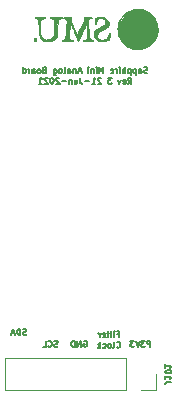
<source format=gbr>
%TF.GenerationSoftware,KiCad,Pcbnew,(5.1.6)-1*%
%TF.CreationDate,2021-06-22T07:47:15-05:00*%
%TF.ProjectId,Sapphire_AnalogMic,53617070-6869-4726-955f-416e616c6f67,rev?*%
%TF.SameCoordinates,Original*%
%TF.FileFunction,Legend,Bot*%
%TF.FilePolarity,Positive*%
%FSLAX46Y46*%
G04 Gerber Fmt 4.6, Leading zero omitted, Abs format (unit mm)*
G04 Created by KiCad (PCBNEW (5.1.6)-1) date 2021-06-22 07:47:15*
%MOMM*%
%LPD*%
G01*
G04 APERTURE LIST*
%ADD10C,0.127000*%
%ADD11C,0.010000*%
%ADD12C,0.120000*%
G04 APERTURE END LIST*
D10*
X117964857Y-128729619D02*
X117892285Y-128753809D01*
X117771333Y-128753809D01*
X117722952Y-128729619D01*
X117698761Y-128705428D01*
X117674571Y-128657047D01*
X117674571Y-128608666D01*
X117698761Y-128560285D01*
X117722952Y-128536095D01*
X117771333Y-128511904D01*
X117868095Y-128487714D01*
X117916476Y-128463523D01*
X117940666Y-128439333D01*
X117964857Y-128390952D01*
X117964857Y-128342571D01*
X117940666Y-128294190D01*
X117916476Y-128270000D01*
X117868095Y-128245809D01*
X117747142Y-128245809D01*
X117674571Y-128270000D01*
X117456857Y-128753809D02*
X117456857Y-128245809D01*
X117335904Y-128245809D01*
X117263333Y-128270000D01*
X117214952Y-128318380D01*
X117190761Y-128366761D01*
X117166571Y-128463523D01*
X117166571Y-128536095D01*
X117190761Y-128632857D01*
X117214952Y-128681238D01*
X117263333Y-128729619D01*
X117335904Y-128753809D01*
X117456857Y-128753809D01*
X116973047Y-128608666D02*
X116731142Y-128608666D01*
X117021428Y-128753809D02*
X116852095Y-128245809D01*
X116682761Y-128753809D01*
X120619761Y-129745619D02*
X120547190Y-129769809D01*
X120426238Y-129769809D01*
X120377857Y-129745619D01*
X120353666Y-129721428D01*
X120329476Y-129673047D01*
X120329476Y-129624666D01*
X120353666Y-129576285D01*
X120377857Y-129552095D01*
X120426238Y-129527904D01*
X120523000Y-129503714D01*
X120571380Y-129479523D01*
X120595571Y-129455333D01*
X120619761Y-129406952D01*
X120619761Y-129358571D01*
X120595571Y-129310190D01*
X120571380Y-129286000D01*
X120523000Y-129261809D01*
X120402047Y-129261809D01*
X120329476Y-129286000D01*
X119821476Y-129721428D02*
X119845666Y-129745619D01*
X119918238Y-129769809D01*
X119966619Y-129769809D01*
X120039190Y-129745619D01*
X120087571Y-129697238D01*
X120111761Y-129648857D01*
X120135952Y-129552095D01*
X120135952Y-129479523D01*
X120111761Y-129382761D01*
X120087571Y-129334380D01*
X120039190Y-129286000D01*
X119966619Y-129261809D01*
X119918238Y-129261809D01*
X119845666Y-129286000D01*
X119821476Y-129310190D01*
X119361857Y-129769809D02*
X119603761Y-129769809D01*
X119603761Y-129261809D01*
X122815047Y-129286000D02*
X122863428Y-129261809D01*
X122936000Y-129261809D01*
X123008571Y-129286000D01*
X123056952Y-129334380D01*
X123081142Y-129382761D01*
X123105333Y-129479523D01*
X123105333Y-129552095D01*
X123081142Y-129648857D01*
X123056952Y-129697238D01*
X123008571Y-129745619D01*
X122936000Y-129769809D01*
X122887619Y-129769809D01*
X122815047Y-129745619D01*
X122790857Y-129721428D01*
X122790857Y-129552095D01*
X122887619Y-129552095D01*
X122573142Y-129769809D02*
X122573142Y-129261809D01*
X122282857Y-129769809D01*
X122282857Y-129261809D01*
X122040952Y-129769809D02*
X122040952Y-129261809D01*
X121920000Y-129261809D01*
X121847428Y-129286000D01*
X121799047Y-129334380D01*
X121774857Y-129382761D01*
X121750666Y-129479523D01*
X121750666Y-129552095D01*
X121774857Y-129648857D01*
X121799047Y-129697238D01*
X121847428Y-129745619D01*
X121920000Y-129769809D01*
X122040952Y-129769809D01*
X125669523Y-128678214D02*
X125838857Y-128678214D01*
X125838857Y-128944309D02*
X125838857Y-128436309D01*
X125596952Y-128436309D01*
X125403428Y-128944309D02*
X125403428Y-128605642D01*
X125403428Y-128436309D02*
X125427619Y-128460500D01*
X125403428Y-128484690D01*
X125379238Y-128460500D01*
X125403428Y-128436309D01*
X125403428Y-128484690D01*
X125088952Y-128944309D02*
X125137333Y-128920119D01*
X125161523Y-128871738D01*
X125161523Y-128436309D01*
X124968000Y-128605642D02*
X124774476Y-128605642D01*
X124895428Y-128436309D02*
X124895428Y-128871738D01*
X124871238Y-128920119D01*
X124822857Y-128944309D01*
X124774476Y-128944309D01*
X124411619Y-128920119D02*
X124460000Y-128944309D01*
X124556761Y-128944309D01*
X124605142Y-128920119D01*
X124629333Y-128871738D01*
X124629333Y-128678214D01*
X124605142Y-128629833D01*
X124556761Y-128605642D01*
X124460000Y-128605642D01*
X124411619Y-128629833D01*
X124387428Y-128678214D01*
X124387428Y-128726595D01*
X124629333Y-128774976D01*
X124169714Y-128944309D02*
X124169714Y-128605642D01*
X124169714Y-128702404D02*
X124145523Y-128654023D01*
X124121333Y-128629833D01*
X124072952Y-128605642D01*
X124024571Y-128605642D01*
X125596952Y-129784928D02*
X125621142Y-129809119D01*
X125693714Y-129833309D01*
X125742095Y-129833309D01*
X125814666Y-129809119D01*
X125863047Y-129760738D01*
X125887238Y-129712357D01*
X125911428Y-129615595D01*
X125911428Y-129543023D01*
X125887238Y-129446261D01*
X125863047Y-129397880D01*
X125814666Y-129349500D01*
X125742095Y-129325309D01*
X125693714Y-129325309D01*
X125621142Y-129349500D01*
X125596952Y-129373690D01*
X125306666Y-129833309D02*
X125355047Y-129809119D01*
X125379238Y-129760738D01*
X125379238Y-129325309D01*
X125040571Y-129833309D02*
X125088952Y-129809119D01*
X125113142Y-129784928D01*
X125137333Y-129736547D01*
X125137333Y-129591404D01*
X125113142Y-129543023D01*
X125088952Y-129518833D01*
X125040571Y-129494642D01*
X124968000Y-129494642D01*
X124919619Y-129518833D01*
X124895428Y-129543023D01*
X124871238Y-129591404D01*
X124871238Y-129736547D01*
X124895428Y-129784928D01*
X124919619Y-129809119D01*
X124968000Y-129833309D01*
X125040571Y-129833309D01*
X124435809Y-129809119D02*
X124484190Y-129833309D01*
X124580952Y-129833309D01*
X124629333Y-129809119D01*
X124653523Y-129784928D01*
X124677714Y-129736547D01*
X124677714Y-129591404D01*
X124653523Y-129543023D01*
X124629333Y-129518833D01*
X124580952Y-129494642D01*
X124484190Y-129494642D01*
X124435809Y-129518833D01*
X124218095Y-129833309D02*
X124218095Y-129325309D01*
X124169714Y-129639785D02*
X124024571Y-129833309D01*
X124024571Y-129494642D02*
X124218095Y-129688166D01*
X128469571Y-129769809D02*
X128469571Y-129261809D01*
X128276047Y-129261809D01*
X128227666Y-129286000D01*
X128203476Y-129310190D01*
X128179285Y-129358571D01*
X128179285Y-129431142D01*
X128203476Y-129479523D01*
X128227666Y-129503714D01*
X128276047Y-129527904D01*
X128469571Y-129527904D01*
X128009952Y-129261809D02*
X127695476Y-129261809D01*
X127864809Y-129455333D01*
X127792238Y-129455333D01*
X127743857Y-129479523D01*
X127719666Y-129503714D01*
X127695476Y-129552095D01*
X127695476Y-129673047D01*
X127719666Y-129721428D01*
X127743857Y-129745619D01*
X127792238Y-129769809D01*
X127937380Y-129769809D01*
X127985761Y-129745619D01*
X128009952Y-129721428D01*
X127550333Y-129261809D02*
X127381000Y-129769809D01*
X127211666Y-129261809D01*
X127090714Y-129261809D02*
X126776238Y-129261809D01*
X126945571Y-129455333D01*
X126873000Y-129455333D01*
X126824619Y-129479523D01*
X126800428Y-129503714D01*
X126776238Y-129552095D01*
X126776238Y-129673047D01*
X126800428Y-129721428D01*
X126824619Y-129745619D01*
X126873000Y-129769809D01*
X127018142Y-129769809D01*
X127066523Y-129745619D01*
X127090714Y-129721428D01*
X128209523Y-106568119D02*
X128136952Y-106592309D01*
X128016000Y-106592309D01*
X127967619Y-106568119D01*
X127943428Y-106543928D01*
X127919238Y-106495547D01*
X127919238Y-106447166D01*
X127943428Y-106398785D01*
X127967619Y-106374595D01*
X128016000Y-106350404D01*
X128112761Y-106326214D01*
X128161142Y-106302023D01*
X128185333Y-106277833D01*
X128209523Y-106229452D01*
X128209523Y-106181071D01*
X128185333Y-106132690D01*
X128161142Y-106108500D01*
X128112761Y-106084309D01*
X127991809Y-106084309D01*
X127919238Y-106108500D01*
X127483809Y-106592309D02*
X127483809Y-106326214D01*
X127508000Y-106277833D01*
X127556380Y-106253642D01*
X127653142Y-106253642D01*
X127701523Y-106277833D01*
X127483809Y-106568119D02*
X127532190Y-106592309D01*
X127653142Y-106592309D01*
X127701523Y-106568119D01*
X127725714Y-106519738D01*
X127725714Y-106471357D01*
X127701523Y-106422976D01*
X127653142Y-106398785D01*
X127532190Y-106398785D01*
X127483809Y-106374595D01*
X127241904Y-106253642D02*
X127241904Y-106761642D01*
X127241904Y-106277833D02*
X127193523Y-106253642D01*
X127096761Y-106253642D01*
X127048380Y-106277833D01*
X127024190Y-106302023D01*
X127000000Y-106350404D01*
X127000000Y-106495547D01*
X127024190Y-106543928D01*
X127048380Y-106568119D01*
X127096761Y-106592309D01*
X127193523Y-106592309D01*
X127241904Y-106568119D01*
X126782285Y-106253642D02*
X126782285Y-106761642D01*
X126782285Y-106277833D02*
X126733904Y-106253642D01*
X126637142Y-106253642D01*
X126588761Y-106277833D01*
X126564571Y-106302023D01*
X126540380Y-106350404D01*
X126540380Y-106495547D01*
X126564571Y-106543928D01*
X126588761Y-106568119D01*
X126637142Y-106592309D01*
X126733904Y-106592309D01*
X126782285Y-106568119D01*
X126322666Y-106592309D02*
X126322666Y-106084309D01*
X126104952Y-106592309D02*
X126104952Y-106326214D01*
X126129142Y-106277833D01*
X126177523Y-106253642D01*
X126250095Y-106253642D01*
X126298476Y-106277833D01*
X126322666Y-106302023D01*
X125863047Y-106592309D02*
X125863047Y-106253642D01*
X125863047Y-106084309D02*
X125887238Y-106108500D01*
X125863047Y-106132690D01*
X125838857Y-106108500D01*
X125863047Y-106084309D01*
X125863047Y-106132690D01*
X125621142Y-106592309D02*
X125621142Y-106253642D01*
X125621142Y-106350404D02*
X125596952Y-106302023D01*
X125572761Y-106277833D01*
X125524380Y-106253642D01*
X125476000Y-106253642D01*
X125113142Y-106568119D02*
X125161523Y-106592309D01*
X125258285Y-106592309D01*
X125306666Y-106568119D01*
X125330857Y-106519738D01*
X125330857Y-106326214D01*
X125306666Y-106277833D01*
X125258285Y-106253642D01*
X125161523Y-106253642D01*
X125113142Y-106277833D01*
X125088952Y-106326214D01*
X125088952Y-106374595D01*
X125330857Y-106422976D01*
X124484190Y-106592309D02*
X124484190Y-106084309D01*
X124314857Y-106447166D01*
X124145523Y-106084309D01*
X124145523Y-106592309D01*
X123903619Y-106592309D02*
X123903619Y-106253642D01*
X123903619Y-106084309D02*
X123927809Y-106108500D01*
X123903619Y-106132690D01*
X123879428Y-106108500D01*
X123903619Y-106084309D01*
X123903619Y-106132690D01*
X123661714Y-106253642D02*
X123661714Y-106592309D01*
X123661714Y-106302023D02*
X123637523Y-106277833D01*
X123589142Y-106253642D01*
X123516571Y-106253642D01*
X123468190Y-106277833D01*
X123444000Y-106326214D01*
X123444000Y-106592309D01*
X123202095Y-106592309D02*
X123202095Y-106253642D01*
X123202095Y-106084309D02*
X123226285Y-106108500D01*
X123202095Y-106132690D01*
X123177904Y-106108500D01*
X123202095Y-106084309D01*
X123202095Y-106132690D01*
X122597333Y-106447166D02*
X122355428Y-106447166D01*
X122645714Y-106592309D02*
X122476380Y-106084309D01*
X122307047Y-106592309D01*
X122137714Y-106253642D02*
X122137714Y-106592309D01*
X122137714Y-106302023D02*
X122113523Y-106277833D01*
X122065142Y-106253642D01*
X121992571Y-106253642D01*
X121944190Y-106277833D01*
X121920000Y-106326214D01*
X121920000Y-106592309D01*
X121460380Y-106592309D02*
X121460380Y-106326214D01*
X121484571Y-106277833D01*
X121532952Y-106253642D01*
X121629714Y-106253642D01*
X121678095Y-106277833D01*
X121460380Y-106568119D02*
X121508761Y-106592309D01*
X121629714Y-106592309D01*
X121678095Y-106568119D01*
X121702285Y-106519738D01*
X121702285Y-106471357D01*
X121678095Y-106422976D01*
X121629714Y-106398785D01*
X121508761Y-106398785D01*
X121460380Y-106374595D01*
X121145904Y-106592309D02*
X121194285Y-106568119D01*
X121218476Y-106519738D01*
X121218476Y-106084309D01*
X120879809Y-106592309D02*
X120928190Y-106568119D01*
X120952380Y-106543928D01*
X120976571Y-106495547D01*
X120976571Y-106350404D01*
X120952380Y-106302023D01*
X120928190Y-106277833D01*
X120879809Y-106253642D01*
X120807238Y-106253642D01*
X120758857Y-106277833D01*
X120734666Y-106302023D01*
X120710476Y-106350404D01*
X120710476Y-106495547D01*
X120734666Y-106543928D01*
X120758857Y-106568119D01*
X120807238Y-106592309D01*
X120879809Y-106592309D01*
X120275047Y-106253642D02*
X120275047Y-106664880D01*
X120299238Y-106713261D01*
X120323428Y-106737452D01*
X120371809Y-106761642D01*
X120444380Y-106761642D01*
X120492761Y-106737452D01*
X120275047Y-106568119D02*
X120323428Y-106592309D01*
X120420190Y-106592309D01*
X120468571Y-106568119D01*
X120492761Y-106543928D01*
X120516952Y-106495547D01*
X120516952Y-106350404D01*
X120492761Y-106302023D01*
X120468571Y-106277833D01*
X120420190Y-106253642D01*
X120323428Y-106253642D01*
X120275047Y-106277833D01*
X119476761Y-106326214D02*
X119404190Y-106350404D01*
X119380000Y-106374595D01*
X119355809Y-106422976D01*
X119355809Y-106495547D01*
X119380000Y-106543928D01*
X119404190Y-106568119D01*
X119452571Y-106592309D01*
X119646095Y-106592309D01*
X119646095Y-106084309D01*
X119476761Y-106084309D01*
X119428380Y-106108500D01*
X119404190Y-106132690D01*
X119380000Y-106181071D01*
X119380000Y-106229452D01*
X119404190Y-106277833D01*
X119428380Y-106302023D01*
X119476761Y-106326214D01*
X119646095Y-106326214D01*
X119065523Y-106592309D02*
X119113904Y-106568119D01*
X119138095Y-106543928D01*
X119162285Y-106495547D01*
X119162285Y-106350404D01*
X119138095Y-106302023D01*
X119113904Y-106277833D01*
X119065523Y-106253642D01*
X118992952Y-106253642D01*
X118944571Y-106277833D01*
X118920380Y-106302023D01*
X118896190Y-106350404D01*
X118896190Y-106495547D01*
X118920380Y-106543928D01*
X118944571Y-106568119D01*
X118992952Y-106592309D01*
X119065523Y-106592309D01*
X118460761Y-106592309D02*
X118460761Y-106326214D01*
X118484952Y-106277833D01*
X118533333Y-106253642D01*
X118630095Y-106253642D01*
X118678476Y-106277833D01*
X118460761Y-106568119D02*
X118509142Y-106592309D01*
X118630095Y-106592309D01*
X118678476Y-106568119D01*
X118702666Y-106519738D01*
X118702666Y-106471357D01*
X118678476Y-106422976D01*
X118630095Y-106398785D01*
X118509142Y-106398785D01*
X118460761Y-106374595D01*
X118218857Y-106592309D02*
X118218857Y-106253642D01*
X118218857Y-106350404D02*
X118194666Y-106302023D01*
X118170476Y-106277833D01*
X118122095Y-106253642D01*
X118073714Y-106253642D01*
X117686666Y-106592309D02*
X117686666Y-106084309D01*
X117686666Y-106568119D02*
X117735047Y-106592309D01*
X117831809Y-106592309D01*
X117880190Y-106568119D01*
X117904380Y-106543928D01*
X117928571Y-106495547D01*
X117928571Y-106350404D01*
X117904380Y-106302023D01*
X117880190Y-106277833D01*
X117831809Y-106253642D01*
X117735047Y-106253642D01*
X117686666Y-106277833D01*
X126552476Y-107481309D02*
X126721809Y-107239404D01*
X126842761Y-107481309D02*
X126842761Y-106973309D01*
X126649238Y-106973309D01*
X126600857Y-106997500D01*
X126576666Y-107021690D01*
X126552476Y-107070071D01*
X126552476Y-107142642D01*
X126576666Y-107191023D01*
X126600857Y-107215214D01*
X126649238Y-107239404D01*
X126842761Y-107239404D01*
X126141238Y-107457119D02*
X126189619Y-107481309D01*
X126286380Y-107481309D01*
X126334761Y-107457119D01*
X126358952Y-107408738D01*
X126358952Y-107215214D01*
X126334761Y-107166833D01*
X126286380Y-107142642D01*
X126189619Y-107142642D01*
X126141238Y-107166833D01*
X126117047Y-107215214D01*
X126117047Y-107263595D01*
X126358952Y-107311976D01*
X125947714Y-107142642D02*
X125826761Y-107481309D01*
X125705809Y-107142642D01*
X125173619Y-106973309D02*
X124859142Y-106973309D01*
X125028476Y-107166833D01*
X124955904Y-107166833D01*
X124907523Y-107191023D01*
X124883333Y-107215214D01*
X124859142Y-107263595D01*
X124859142Y-107384547D01*
X124883333Y-107432928D01*
X124907523Y-107457119D01*
X124955904Y-107481309D01*
X125101047Y-107481309D01*
X125149428Y-107457119D01*
X125173619Y-107432928D01*
X124278571Y-107021690D02*
X124254380Y-106997500D01*
X124206000Y-106973309D01*
X124085047Y-106973309D01*
X124036666Y-106997500D01*
X124012476Y-107021690D01*
X123988285Y-107070071D01*
X123988285Y-107118452D01*
X124012476Y-107191023D01*
X124302761Y-107481309D01*
X123988285Y-107481309D01*
X123504476Y-107481309D02*
X123794761Y-107481309D01*
X123649619Y-107481309D02*
X123649619Y-106973309D01*
X123698000Y-107045880D01*
X123746380Y-107094261D01*
X123794761Y-107118452D01*
X123286761Y-107287785D02*
X122899714Y-107287785D01*
X122512666Y-106973309D02*
X122512666Y-107336166D01*
X122536857Y-107408738D01*
X122585238Y-107457119D01*
X122657809Y-107481309D01*
X122706190Y-107481309D01*
X122053047Y-107142642D02*
X122053047Y-107481309D01*
X122270761Y-107142642D02*
X122270761Y-107408738D01*
X122246571Y-107457119D01*
X122198190Y-107481309D01*
X122125619Y-107481309D01*
X122077238Y-107457119D01*
X122053047Y-107432928D01*
X121811142Y-107142642D02*
X121811142Y-107481309D01*
X121811142Y-107191023D02*
X121786952Y-107166833D01*
X121738571Y-107142642D01*
X121666000Y-107142642D01*
X121617619Y-107166833D01*
X121593428Y-107215214D01*
X121593428Y-107481309D01*
X121351523Y-107287785D02*
X120964476Y-107287785D01*
X120746761Y-107021690D02*
X120722571Y-106997500D01*
X120674190Y-106973309D01*
X120553238Y-106973309D01*
X120504857Y-106997500D01*
X120480666Y-107021690D01*
X120456476Y-107070071D01*
X120456476Y-107118452D01*
X120480666Y-107191023D01*
X120770952Y-107481309D01*
X120456476Y-107481309D01*
X120142000Y-106973309D02*
X120093619Y-106973309D01*
X120045238Y-106997500D01*
X120021047Y-107021690D01*
X119996857Y-107070071D01*
X119972666Y-107166833D01*
X119972666Y-107287785D01*
X119996857Y-107384547D01*
X120021047Y-107432928D01*
X120045238Y-107457119D01*
X120093619Y-107481309D01*
X120142000Y-107481309D01*
X120190380Y-107457119D01*
X120214571Y-107432928D01*
X120238761Y-107384547D01*
X120262952Y-107287785D01*
X120262952Y-107166833D01*
X120238761Y-107070071D01*
X120214571Y-107021690D01*
X120190380Y-106997500D01*
X120142000Y-106973309D01*
X119779142Y-107021690D02*
X119754952Y-106997500D01*
X119706571Y-106973309D01*
X119585619Y-106973309D01*
X119537238Y-106997500D01*
X119513047Y-107021690D01*
X119488857Y-107070071D01*
X119488857Y-107118452D01*
X119513047Y-107191023D01*
X119803333Y-107481309D01*
X119488857Y-107481309D01*
X119005047Y-107481309D02*
X119295333Y-107481309D01*
X119150190Y-107481309D02*
X119150190Y-106973309D01*
X119198571Y-107045880D01*
X119246952Y-107094261D01*
X119295333Y-107118452D01*
D11*
%TO.C,G\u002A\u002A\u002A*%
G36*
X127220852Y-101180654D02*
G01*
X127102955Y-101192070D01*
X127068876Y-101197408D01*
X126863151Y-101247510D01*
X126666957Y-101323015D01*
X126482368Y-101422108D01*
X126311458Y-101542972D01*
X126156299Y-101683793D01*
X126018967Y-101842753D01*
X125901533Y-102018037D01*
X125806074Y-102207830D01*
X125753018Y-102349637D01*
X125707603Y-102521824D01*
X125682332Y-102698326D01*
X125676250Y-102886737D01*
X125678020Y-102946600D01*
X125691228Y-103116291D01*
X125717033Y-103268951D01*
X125757779Y-103413842D01*
X125815807Y-103560228D01*
X125853113Y-103639055D01*
X125961649Y-103826984D01*
X126091431Y-103996848D01*
X126241301Y-104147746D01*
X126410105Y-104278779D01*
X126596687Y-104389048D01*
X126799891Y-104477653D01*
X127014111Y-104542616D01*
X127070066Y-104552335D01*
X127146954Y-104560373D01*
X127237523Y-104566488D01*
X127334521Y-104570440D01*
X127430696Y-104571989D01*
X127518795Y-104570894D01*
X127591567Y-104566913D01*
X127625618Y-104562920D01*
X127842272Y-104515106D01*
X128047067Y-104442590D01*
X128238378Y-104346730D01*
X128414582Y-104228882D01*
X128574059Y-104090405D01*
X128715183Y-103932653D01*
X128836334Y-103756985D01*
X128935887Y-103564757D01*
X128992106Y-103420333D01*
X129042382Y-103231725D01*
X129070263Y-103032018D01*
X129072461Y-102951690D01*
X129008545Y-102951690D01*
X128988156Y-103144049D01*
X128945263Y-103333298D01*
X128879872Y-103517209D01*
X128791991Y-103693553D01*
X128681626Y-103860100D01*
X128548783Y-104014622D01*
X128393471Y-104154889D01*
X128352777Y-104186242D01*
X128175961Y-104301320D01*
X127987198Y-104392226D01*
X127789689Y-104457714D01*
X127586637Y-104496539D01*
X127543278Y-104501217D01*
X127494254Y-104505993D01*
X127458166Y-104509890D01*
X127442336Y-104512115D01*
X127442173Y-104512189D01*
X127426354Y-104513256D01*
X127389083Y-104512355D01*
X127337037Y-104509827D01*
X127276892Y-104506010D01*
X127215324Y-104501243D01*
X127199789Y-104499879D01*
X127052206Y-104477217D01*
X126896704Y-104436567D01*
X126744140Y-104381009D01*
X126680663Y-104352597D01*
X126563331Y-104292850D01*
X126463466Y-104232444D01*
X126370996Y-104164555D01*
X126275846Y-104082360D01*
X126259832Y-104067547D01*
X126114637Y-103913504D01*
X125992431Y-103744638D01*
X125893797Y-103563280D01*
X125819315Y-103371765D01*
X125769565Y-103172424D01*
X125745129Y-102967590D01*
X125746587Y-102759595D01*
X125774521Y-102550773D01*
X125829510Y-102343456D01*
X125830066Y-102341795D01*
X125908817Y-102150472D01*
X126011902Y-101971357D01*
X126137252Y-101806695D01*
X126282796Y-101658729D01*
X126446463Y-101529705D01*
X126626183Y-101421867D01*
X126719651Y-101377365D01*
X126919745Y-101304800D01*
X127124620Y-101259153D01*
X127331766Y-101240132D01*
X127538670Y-101247445D01*
X127742821Y-101280799D01*
X127941706Y-101339902D01*
X128132814Y-101424462D01*
X128313633Y-101534186D01*
X128360701Y-101568342D01*
X128520588Y-101705337D01*
X128657916Y-101857054D01*
X128772694Y-102021263D01*
X128864926Y-102195736D01*
X128934621Y-102378245D01*
X128981784Y-102566559D01*
X129006424Y-102758450D01*
X129008545Y-102951690D01*
X129072461Y-102951690D01*
X129075871Y-102827126D01*
X129059332Y-102622963D01*
X129020767Y-102425443D01*
X128967931Y-102259800D01*
X128876774Y-102061767D01*
X128763169Y-101879510D01*
X128628931Y-101714565D01*
X128475874Y-101568470D01*
X128305811Y-101442761D01*
X128120557Y-101338974D01*
X127921925Y-101258646D01*
X127723569Y-101205684D01*
X127613575Y-101189080D01*
X127486339Y-101179288D01*
X127352039Y-101176437D01*
X127220852Y-101180654D01*
G37*
X127220852Y-101180654D02*
X127102955Y-101192070D01*
X127068876Y-101197408D01*
X126863151Y-101247510D01*
X126666957Y-101323015D01*
X126482368Y-101422108D01*
X126311458Y-101542972D01*
X126156299Y-101683793D01*
X126018967Y-101842753D01*
X125901533Y-102018037D01*
X125806074Y-102207830D01*
X125753018Y-102349637D01*
X125707603Y-102521824D01*
X125682332Y-102698326D01*
X125676250Y-102886737D01*
X125678020Y-102946600D01*
X125691228Y-103116291D01*
X125717033Y-103268951D01*
X125757779Y-103413842D01*
X125815807Y-103560228D01*
X125853113Y-103639055D01*
X125961649Y-103826984D01*
X126091431Y-103996848D01*
X126241301Y-104147746D01*
X126410105Y-104278779D01*
X126596687Y-104389048D01*
X126799891Y-104477653D01*
X127014111Y-104542616D01*
X127070066Y-104552335D01*
X127146954Y-104560373D01*
X127237523Y-104566488D01*
X127334521Y-104570440D01*
X127430696Y-104571989D01*
X127518795Y-104570894D01*
X127591567Y-104566913D01*
X127625618Y-104562920D01*
X127842272Y-104515106D01*
X128047067Y-104442590D01*
X128238378Y-104346730D01*
X128414582Y-104228882D01*
X128574059Y-104090405D01*
X128715183Y-103932653D01*
X128836334Y-103756985D01*
X128935887Y-103564757D01*
X128992106Y-103420333D01*
X129042382Y-103231725D01*
X129070263Y-103032018D01*
X129072461Y-102951690D01*
X129008545Y-102951690D01*
X128988156Y-103144049D01*
X128945263Y-103333298D01*
X128879872Y-103517209D01*
X128791991Y-103693553D01*
X128681626Y-103860100D01*
X128548783Y-104014622D01*
X128393471Y-104154889D01*
X128352777Y-104186242D01*
X128175961Y-104301320D01*
X127987198Y-104392226D01*
X127789689Y-104457714D01*
X127586637Y-104496539D01*
X127543278Y-104501217D01*
X127494254Y-104505993D01*
X127458166Y-104509890D01*
X127442336Y-104512115D01*
X127442173Y-104512189D01*
X127426354Y-104513256D01*
X127389083Y-104512355D01*
X127337037Y-104509827D01*
X127276892Y-104506010D01*
X127215324Y-104501243D01*
X127199789Y-104499879D01*
X127052206Y-104477217D01*
X126896704Y-104436567D01*
X126744140Y-104381009D01*
X126680663Y-104352597D01*
X126563331Y-104292850D01*
X126463466Y-104232444D01*
X126370996Y-104164555D01*
X126275846Y-104082360D01*
X126259832Y-104067547D01*
X126114637Y-103913504D01*
X125992431Y-103744638D01*
X125893797Y-103563280D01*
X125819315Y-103371765D01*
X125769565Y-103172424D01*
X125745129Y-102967590D01*
X125746587Y-102759595D01*
X125774521Y-102550773D01*
X125829510Y-102343456D01*
X125830066Y-102341795D01*
X125908817Y-102150472D01*
X126011902Y-101971357D01*
X126137252Y-101806695D01*
X126282796Y-101658729D01*
X126446463Y-101529705D01*
X126626183Y-101421867D01*
X126719651Y-101377365D01*
X126919745Y-101304800D01*
X127124620Y-101259153D01*
X127331766Y-101240132D01*
X127538670Y-101247445D01*
X127742821Y-101280799D01*
X127941706Y-101339902D01*
X128132814Y-101424462D01*
X128313633Y-101534186D01*
X128360701Y-101568342D01*
X128520588Y-101705337D01*
X128657916Y-101857054D01*
X128772694Y-102021263D01*
X128864926Y-102195736D01*
X128934621Y-102378245D01*
X128981784Y-102566559D01*
X129006424Y-102758450D01*
X129008545Y-102951690D01*
X129072461Y-102951690D01*
X129075871Y-102827126D01*
X129059332Y-102622963D01*
X129020767Y-102425443D01*
X128967931Y-102259800D01*
X128876774Y-102061767D01*
X128763169Y-101879510D01*
X128628931Y-101714565D01*
X128475874Y-101568470D01*
X128305811Y-101442761D01*
X128120557Y-101338974D01*
X127921925Y-101258646D01*
X127723569Y-101205684D01*
X127613575Y-101189080D01*
X127486339Y-101179288D01*
X127352039Y-101176437D01*
X127220852Y-101180654D01*
G36*
X124183603Y-101845435D02*
G01*
X124054079Y-101861210D01*
X123931146Y-101888525D01*
X123823513Y-101926184D01*
X123793405Y-101940387D01*
X123736474Y-101969431D01*
X123745770Y-102112799D01*
X123752864Y-102220585D01*
X123758770Y-102303468D01*
X123764029Y-102364714D01*
X123769182Y-102407589D01*
X123774771Y-102435360D01*
X123781334Y-102451292D01*
X123789414Y-102458653D01*
X123799551Y-102460707D01*
X123803377Y-102460778D01*
X123819231Y-102457782D01*
X123831148Y-102445208D01*
X123841695Y-102417680D01*
X123853437Y-102369820D01*
X123858920Y-102344361D01*
X123883673Y-102248635D01*
X123914764Y-102161459D01*
X123949482Y-102089407D01*
X123984566Y-102039640D01*
X124047937Y-101990934D01*
X124129101Y-101957798D01*
X124221508Y-101941527D01*
X124318604Y-101943414D01*
X124394683Y-101958698D01*
X124477726Y-101995322D01*
X124548185Y-102050700D01*
X124601929Y-102119802D01*
X124634829Y-102197599D01*
X124643366Y-102261585D01*
X124631168Y-102339371D01*
X124593377Y-102415451D01*
X124531107Y-102489991D01*
X124496469Y-102522523D01*
X124459090Y-102551901D01*
X124413871Y-102581291D01*
X124355711Y-102613860D01*
X124279511Y-102652776D01*
X124229064Y-102677545D01*
X124100164Y-102742273D01*
X123994750Y-102800205D01*
X123909658Y-102853830D01*
X123841724Y-102905641D01*
X123787784Y-102958129D01*
X123744674Y-103013784D01*
X123709230Y-103075099D01*
X123700032Y-103094084D01*
X123682751Y-103134438D01*
X123671786Y-103171714D01*
X123665746Y-103214421D01*
X123663241Y-103271065D01*
X123662847Y-103321555D01*
X123663632Y-103392451D01*
X123667030Y-103443583D01*
X123674398Y-103483383D01*
X123687090Y-103520282D01*
X123699147Y-103547366D01*
X123759581Y-103643593D01*
X123843748Y-103727520D01*
X123949185Y-103797347D01*
X124073428Y-103851276D01*
X124143855Y-103872235D01*
X124236234Y-103888991D01*
X124343861Y-103897699D01*
X124455765Y-103898243D01*
X124560975Y-103890505D01*
X124636389Y-103877464D01*
X124689558Y-103861727D01*
X124750883Y-103838964D01*
X124814485Y-103811952D01*
X124874490Y-103783467D01*
X124925021Y-103756285D01*
X124960201Y-103733184D01*
X124973943Y-103717971D01*
X124978285Y-103696373D01*
X124985765Y-103652602D01*
X124995440Y-103592408D01*
X125006372Y-103521543D01*
X125009923Y-103497944D01*
X125021142Y-103423902D01*
X125031439Y-103357731D01*
X125039845Y-103305523D01*
X125045395Y-103273368D01*
X125046336Y-103268639D01*
X125047113Y-103245967D01*
X125030869Y-103237691D01*
X125012366Y-103236889D01*
X124981725Y-103241937D01*
X124967066Y-103262857D01*
X124963206Y-103278499D01*
X124943631Y-103339880D01*
X124909285Y-103412719D01*
X124865099Y-103488264D01*
X124816000Y-103557763D01*
X124785965Y-103593210D01*
X124691541Y-103680491D01*
X124592919Y-103741192D01*
X124486600Y-103776945D01*
X124369085Y-103789382D01*
X124365488Y-103789411D01*
X124252001Y-103779642D01*
X124154418Y-103750034D01*
X124074649Y-103702165D01*
X124014606Y-103637613D01*
X123976201Y-103557957D01*
X123961345Y-103464775D01*
X123961228Y-103455611D01*
X123970094Y-103353610D01*
X123998878Y-103265267D01*
X124050520Y-103183654D01*
X124100061Y-103128602D01*
X124132777Y-103097205D01*
X124165186Y-103069969D01*
X124201829Y-103044112D01*
X124247246Y-103016855D01*
X124305976Y-102985418D01*
X124382561Y-102947019D01*
X124451313Y-102913498D01*
X124569908Y-102854203D01*
X124665107Y-102801957D01*
X124740092Y-102754311D01*
X124798045Y-102708819D01*
X124842146Y-102663034D01*
X124875578Y-102614510D01*
X124897534Y-102570331D01*
X124917493Y-102498843D01*
X124925626Y-102411851D01*
X124922293Y-102319307D01*
X124907850Y-102231164D01*
X124882664Y-102157389D01*
X124825265Y-102069118D01*
X124745010Y-101991431D01*
X124646192Y-101927196D01*
X124533100Y-101879281D01*
X124427582Y-101853292D01*
X124311007Y-101842397D01*
X124183603Y-101845435D01*
G37*
X124183603Y-101845435D02*
X124054079Y-101861210D01*
X123931146Y-101888525D01*
X123823513Y-101926184D01*
X123793405Y-101940387D01*
X123736474Y-101969431D01*
X123745770Y-102112799D01*
X123752864Y-102220585D01*
X123758770Y-102303468D01*
X123764029Y-102364714D01*
X123769182Y-102407589D01*
X123774771Y-102435360D01*
X123781334Y-102451292D01*
X123789414Y-102458653D01*
X123799551Y-102460707D01*
X123803377Y-102460778D01*
X123819231Y-102457782D01*
X123831148Y-102445208D01*
X123841695Y-102417680D01*
X123853437Y-102369820D01*
X123858920Y-102344361D01*
X123883673Y-102248635D01*
X123914764Y-102161459D01*
X123949482Y-102089407D01*
X123984566Y-102039640D01*
X124047937Y-101990934D01*
X124129101Y-101957798D01*
X124221508Y-101941527D01*
X124318604Y-101943414D01*
X124394683Y-101958698D01*
X124477726Y-101995322D01*
X124548185Y-102050700D01*
X124601929Y-102119802D01*
X124634829Y-102197599D01*
X124643366Y-102261585D01*
X124631168Y-102339371D01*
X124593377Y-102415451D01*
X124531107Y-102489991D01*
X124496469Y-102522523D01*
X124459090Y-102551901D01*
X124413871Y-102581291D01*
X124355711Y-102613860D01*
X124279511Y-102652776D01*
X124229064Y-102677545D01*
X124100164Y-102742273D01*
X123994750Y-102800205D01*
X123909658Y-102853830D01*
X123841724Y-102905641D01*
X123787784Y-102958129D01*
X123744674Y-103013784D01*
X123709230Y-103075099D01*
X123700032Y-103094084D01*
X123682751Y-103134438D01*
X123671786Y-103171714D01*
X123665746Y-103214421D01*
X123663241Y-103271065D01*
X123662847Y-103321555D01*
X123663632Y-103392451D01*
X123667030Y-103443583D01*
X123674398Y-103483383D01*
X123687090Y-103520282D01*
X123699147Y-103547366D01*
X123759581Y-103643593D01*
X123843748Y-103727520D01*
X123949185Y-103797347D01*
X124073428Y-103851276D01*
X124143855Y-103872235D01*
X124236234Y-103888991D01*
X124343861Y-103897699D01*
X124455765Y-103898243D01*
X124560975Y-103890505D01*
X124636389Y-103877464D01*
X124689558Y-103861727D01*
X124750883Y-103838964D01*
X124814485Y-103811952D01*
X124874490Y-103783467D01*
X124925021Y-103756285D01*
X124960201Y-103733184D01*
X124973943Y-103717971D01*
X124978285Y-103696373D01*
X124985765Y-103652602D01*
X124995440Y-103592408D01*
X125006372Y-103521543D01*
X125009923Y-103497944D01*
X125021142Y-103423902D01*
X125031439Y-103357731D01*
X125039845Y-103305523D01*
X125045395Y-103273368D01*
X125046336Y-103268639D01*
X125047113Y-103245967D01*
X125030869Y-103237691D01*
X125012366Y-103236889D01*
X124981725Y-103241937D01*
X124967066Y-103262857D01*
X124963206Y-103278499D01*
X124943631Y-103339880D01*
X124909285Y-103412719D01*
X124865099Y-103488264D01*
X124816000Y-103557763D01*
X124785965Y-103593210D01*
X124691541Y-103680491D01*
X124592919Y-103741192D01*
X124486600Y-103776945D01*
X124369085Y-103789382D01*
X124365488Y-103789411D01*
X124252001Y-103779642D01*
X124154418Y-103750034D01*
X124074649Y-103702165D01*
X124014606Y-103637613D01*
X123976201Y-103557957D01*
X123961345Y-103464775D01*
X123961228Y-103455611D01*
X123970094Y-103353610D01*
X123998878Y-103265267D01*
X124050520Y-103183654D01*
X124100061Y-103128602D01*
X124132777Y-103097205D01*
X124165186Y-103069969D01*
X124201829Y-103044112D01*
X124247246Y-103016855D01*
X124305976Y-102985418D01*
X124382561Y-102947019D01*
X124451313Y-102913498D01*
X124569908Y-102854203D01*
X124665107Y-102801957D01*
X124740092Y-102754311D01*
X124798045Y-102708819D01*
X124842146Y-102663034D01*
X124875578Y-102614510D01*
X124897534Y-102570331D01*
X124917493Y-102498843D01*
X124925626Y-102411851D01*
X124922293Y-102319307D01*
X124907850Y-102231164D01*
X124882664Y-102157389D01*
X124825265Y-102069118D01*
X124745010Y-101991431D01*
X124646192Y-101927196D01*
X124533100Y-101879281D01*
X124427582Y-101853292D01*
X124311007Y-101842397D01*
X124183603Y-101845435D01*
G36*
X120322302Y-101882266D02*
G01*
X120216651Y-101882503D01*
X120133724Y-101883088D01*
X120070771Y-101884175D01*
X120025043Y-101885921D01*
X119993791Y-101888480D01*
X119974266Y-101892008D01*
X119963718Y-101896660D01*
X119959397Y-101902592D01*
X119958556Y-101909958D01*
X119958556Y-101910175D01*
X119970393Y-101935388D01*
X119997361Y-101946706D01*
X120089405Y-101967944D01*
X120158307Y-101986673D01*
X120208744Y-102005158D01*
X120245389Y-102025663D01*
X120272918Y-102050453D01*
X120296005Y-102081791D01*
X120304278Y-102095364D01*
X120311427Y-102108658D01*
X120317257Y-102123768D01*
X120321902Y-102143540D01*
X120325495Y-102170817D01*
X120328172Y-102208445D01*
X120330066Y-102259267D01*
X120331311Y-102326128D01*
X120332042Y-102411873D01*
X120332392Y-102519346D01*
X120332497Y-102651391D01*
X120332500Y-102693611D01*
X120332458Y-102832906D01*
X120332229Y-102947036D01*
X120331655Y-103039056D01*
X120330581Y-103112024D01*
X120328850Y-103168997D01*
X120326306Y-103213030D01*
X120322793Y-103247181D01*
X120318153Y-103274506D01*
X120312231Y-103298061D01*
X120304870Y-103320904D01*
X120299652Y-103335667D01*
X120242896Y-103460545D01*
X120169836Y-103562524D01*
X120079543Y-103642374D01*
X119971087Y-103700860D01*
X119843540Y-103738752D01*
X119803333Y-103745923D01*
X119664235Y-103757002D01*
X119538227Y-103745634D01*
X119426819Y-103712430D01*
X119331522Y-103657998D01*
X119253844Y-103582947D01*
X119202971Y-103503736D01*
X119181909Y-103459581D01*
X119164681Y-103416059D01*
X119150913Y-103369810D01*
X119140233Y-103317473D01*
X119132265Y-103255688D01*
X119126637Y-103181094D01*
X119122975Y-103090330D01*
X119120906Y-102980035D01*
X119120056Y-102846849D01*
X119119974Y-102757111D01*
X119120352Y-102611795D01*
X119121634Y-102491650D01*
X119124235Y-102393627D01*
X119128570Y-102314678D01*
X119135052Y-102251756D01*
X119144098Y-102201812D01*
X119156120Y-102161798D01*
X119171534Y-102128668D01*
X119190753Y-102099372D01*
X119213137Y-102072064D01*
X119244098Y-102039453D01*
X119275218Y-102014635D01*
X119312274Y-101995048D01*
X119361039Y-101978126D01*
X119427290Y-101961304D01*
X119496417Y-101946268D01*
X119527668Y-101931380D01*
X119535222Y-101910175D01*
X119534330Y-101902120D01*
X119529641Y-101895781D01*
X119518135Y-101890954D01*
X119496795Y-101887434D01*
X119462602Y-101885014D01*
X119412537Y-101883488D01*
X119343581Y-101882652D01*
X119252716Y-101882298D01*
X119136922Y-101882222D01*
X118714815Y-101882222D01*
X118719324Y-101913450D01*
X118732437Y-101938799D01*
X118766488Y-101953289D01*
X118771489Y-101954368D01*
X118840357Y-101982093D01*
X118901719Y-102033734D01*
X118918434Y-102054199D01*
X118934143Y-102078966D01*
X118947417Y-102109451D01*
X118958570Y-102148372D01*
X118967919Y-102198448D01*
X118975779Y-102262396D01*
X118982466Y-102342933D01*
X118988295Y-102442778D01*
X118993582Y-102564648D01*
X118998642Y-102711261D01*
X119000061Y-102757111D01*
X119005213Y-102909173D01*
X119010855Y-103043383D01*
X119016864Y-103157616D01*
X119023115Y-103249743D01*
X119029482Y-103317637D01*
X119035055Y-103355506D01*
X119074988Y-103492328D01*
X119135472Y-103609851D01*
X119216846Y-103708452D01*
X119319447Y-103788511D01*
X119443612Y-103850405D01*
X119491486Y-103867604D01*
X119540504Y-103878282D01*
X119610752Y-103886522D01*
X119695334Y-103892187D01*
X119787350Y-103895143D01*
X119879904Y-103895255D01*
X119966099Y-103892389D01*
X120039035Y-103886409D01*
X120083709Y-103879179D01*
X120209805Y-103840248D01*
X120321749Y-103784741D01*
X120415650Y-103715168D01*
X120487617Y-103634033D01*
X120504038Y-103608345D01*
X120522342Y-103576489D01*
X120537644Y-103546979D01*
X120550249Y-103516983D01*
X120560465Y-103483674D01*
X120568600Y-103444222D01*
X120574960Y-103395798D01*
X120579852Y-103335572D01*
X120583583Y-103260715D01*
X120586461Y-103168398D01*
X120588793Y-103055792D01*
X120590885Y-102920067D01*
X120592601Y-102792389D01*
X120600740Y-102171500D01*
X120635954Y-102101181D01*
X120669158Y-102048258D01*
X120711178Y-102010210D01*
X120768388Y-101982879D01*
X120847159Y-101962107D01*
X120849998Y-101961526D01*
X120900106Y-101949765D01*
X120928429Y-101937958D01*
X120941222Y-101922855D01*
X120943787Y-101912802D01*
X120948296Y-101882222D01*
X120453426Y-101882222D01*
X120322302Y-101882266D01*
G37*
X120322302Y-101882266D02*
X120216651Y-101882503D01*
X120133724Y-101883088D01*
X120070771Y-101884175D01*
X120025043Y-101885921D01*
X119993791Y-101888480D01*
X119974266Y-101892008D01*
X119963718Y-101896660D01*
X119959397Y-101902592D01*
X119958556Y-101909958D01*
X119958556Y-101910175D01*
X119970393Y-101935388D01*
X119997361Y-101946706D01*
X120089405Y-101967944D01*
X120158307Y-101986673D01*
X120208744Y-102005158D01*
X120245389Y-102025663D01*
X120272918Y-102050453D01*
X120296005Y-102081791D01*
X120304278Y-102095364D01*
X120311427Y-102108658D01*
X120317257Y-102123768D01*
X120321902Y-102143540D01*
X120325495Y-102170817D01*
X120328172Y-102208445D01*
X120330066Y-102259267D01*
X120331311Y-102326128D01*
X120332042Y-102411873D01*
X120332392Y-102519346D01*
X120332497Y-102651391D01*
X120332500Y-102693611D01*
X120332458Y-102832906D01*
X120332229Y-102947036D01*
X120331655Y-103039056D01*
X120330581Y-103112024D01*
X120328850Y-103168997D01*
X120326306Y-103213030D01*
X120322793Y-103247181D01*
X120318153Y-103274506D01*
X120312231Y-103298061D01*
X120304870Y-103320904D01*
X120299652Y-103335667D01*
X120242896Y-103460545D01*
X120169836Y-103562524D01*
X120079543Y-103642374D01*
X119971087Y-103700860D01*
X119843540Y-103738752D01*
X119803333Y-103745923D01*
X119664235Y-103757002D01*
X119538227Y-103745634D01*
X119426819Y-103712430D01*
X119331522Y-103657998D01*
X119253844Y-103582947D01*
X119202971Y-103503736D01*
X119181909Y-103459581D01*
X119164681Y-103416059D01*
X119150913Y-103369810D01*
X119140233Y-103317473D01*
X119132265Y-103255688D01*
X119126637Y-103181094D01*
X119122975Y-103090330D01*
X119120906Y-102980035D01*
X119120056Y-102846849D01*
X119119974Y-102757111D01*
X119120352Y-102611795D01*
X119121634Y-102491650D01*
X119124235Y-102393627D01*
X119128570Y-102314678D01*
X119135052Y-102251756D01*
X119144098Y-102201812D01*
X119156120Y-102161798D01*
X119171534Y-102128668D01*
X119190753Y-102099372D01*
X119213137Y-102072064D01*
X119244098Y-102039453D01*
X119275218Y-102014635D01*
X119312274Y-101995048D01*
X119361039Y-101978126D01*
X119427290Y-101961304D01*
X119496417Y-101946268D01*
X119527668Y-101931380D01*
X119535222Y-101910175D01*
X119534330Y-101902120D01*
X119529641Y-101895781D01*
X119518135Y-101890954D01*
X119496795Y-101887434D01*
X119462602Y-101885014D01*
X119412537Y-101883488D01*
X119343581Y-101882652D01*
X119252716Y-101882298D01*
X119136922Y-101882222D01*
X118714815Y-101882222D01*
X118719324Y-101913450D01*
X118732437Y-101938799D01*
X118766488Y-101953289D01*
X118771489Y-101954368D01*
X118840357Y-101982093D01*
X118901719Y-102033734D01*
X118918434Y-102054199D01*
X118934143Y-102078966D01*
X118947417Y-102109451D01*
X118958570Y-102148372D01*
X118967919Y-102198448D01*
X118975779Y-102262396D01*
X118982466Y-102342933D01*
X118988295Y-102442778D01*
X118993582Y-102564648D01*
X118998642Y-102711261D01*
X119000061Y-102757111D01*
X119005213Y-102909173D01*
X119010855Y-103043383D01*
X119016864Y-103157616D01*
X119023115Y-103249743D01*
X119029482Y-103317637D01*
X119035055Y-103355506D01*
X119074988Y-103492328D01*
X119135472Y-103609851D01*
X119216846Y-103708452D01*
X119319447Y-103788511D01*
X119443612Y-103850405D01*
X119491486Y-103867604D01*
X119540504Y-103878282D01*
X119610752Y-103886522D01*
X119695334Y-103892187D01*
X119787350Y-103895143D01*
X119879904Y-103895255D01*
X119966099Y-103892389D01*
X120039035Y-103886409D01*
X120083709Y-103879179D01*
X120209805Y-103840248D01*
X120321749Y-103784741D01*
X120415650Y-103715168D01*
X120487617Y-103634033D01*
X120504038Y-103608345D01*
X120522342Y-103576489D01*
X120537644Y-103546979D01*
X120550249Y-103516983D01*
X120560465Y-103483674D01*
X120568600Y-103444222D01*
X120574960Y-103395798D01*
X120579852Y-103335572D01*
X120583583Y-103260715D01*
X120586461Y-103168398D01*
X120588793Y-103055792D01*
X120590885Y-102920067D01*
X120592601Y-102792389D01*
X120600740Y-102171500D01*
X120635954Y-102101181D01*
X120669158Y-102048258D01*
X120711178Y-102010210D01*
X120768388Y-101982879D01*
X120847159Y-101962107D01*
X120849998Y-101961526D01*
X120900106Y-101949765D01*
X120928429Y-101937958D01*
X120941222Y-101922855D01*
X120943787Y-101912802D01*
X120948296Y-101882222D01*
X120453426Y-101882222D01*
X120322302Y-101882266D01*
G36*
X121308495Y-101882288D02*
G01*
X121229257Y-101882689D01*
X121171569Y-101883727D01*
X121132096Y-101885704D01*
X121107501Y-101888925D01*
X121094450Y-101893692D01*
X121089606Y-101900307D01*
X121089633Y-101909074D01*
X121089991Y-101911515D01*
X121102219Y-101933304D01*
X121134651Y-101952844D01*
X121170021Y-101966278D01*
X121219680Y-101985683D01*
X121263608Y-102007290D01*
X121281479Y-102018578D01*
X121327820Y-102068908D01*
X121358975Y-102134673D01*
X121369667Y-102201200D01*
X121368548Y-102231442D01*
X121365384Y-102286062D01*
X121360461Y-102361311D01*
X121354067Y-102453443D01*
X121346489Y-102558708D01*
X121338013Y-102673360D01*
X121328928Y-102793649D01*
X121319519Y-102915829D01*
X121310075Y-103036152D01*
X121300882Y-103150868D01*
X121292228Y-103256231D01*
X121284399Y-103348493D01*
X121277683Y-103423906D01*
X121272366Y-103478721D01*
X121270481Y-103495897D01*
X121255035Y-103591832D01*
X121232058Y-103664135D01*
X121198219Y-103717084D01*
X121150187Y-103754955D01*
X121084631Y-103782025D01*
X121038056Y-103794282D01*
X120993615Y-103807134D01*
X120970697Y-103822233D01*
X120962991Y-103841141D01*
X120958482Y-103871889D01*
X121439241Y-103871889D01*
X121568369Y-103871830D01*
X121672059Y-103871552D01*
X121753096Y-103870899D01*
X121814264Y-103869717D01*
X121858348Y-103867850D01*
X121888132Y-103865145D01*
X121906401Y-103861446D01*
X121915940Y-103856599D01*
X121919532Y-103850449D01*
X121920000Y-103845176D01*
X121907597Y-103817428D01*
X121872722Y-103802937D01*
X121850852Y-103801333D01*
X121802766Y-103794342D01*
X121744812Y-103776355D01*
X121688483Y-103751857D01*
X121645274Y-103725330D01*
X121636787Y-103717846D01*
X121620119Y-103700315D01*
X121606409Y-103682363D01*
X121595566Y-103661423D01*
X121587503Y-103634931D01*
X121582129Y-103600320D01*
X121579356Y-103555025D01*
X121579095Y-103496481D01*
X121581256Y-103422121D01*
X121585751Y-103329380D01*
X121592491Y-103215692D01*
X121601386Y-103078492D01*
X121610089Y-102948670D01*
X121618935Y-102817971D01*
X121627301Y-102695187D01*
X121634977Y-102583348D01*
X121641753Y-102485486D01*
X121647416Y-102404632D01*
X121651758Y-102343817D01*
X121654568Y-102306073D01*
X121655494Y-102295141D01*
X121661340Y-102300764D01*
X121676605Y-102330095D01*
X121700194Y-102380649D01*
X121731008Y-102449944D01*
X121767954Y-102535496D01*
X121809934Y-102634822D01*
X121855852Y-102745439D01*
X121876628Y-102796085D01*
X121955391Y-102988727D01*
X122024207Y-103156898D01*
X122083795Y-103302257D01*
X122134872Y-103426466D01*
X122178155Y-103531183D01*
X122214362Y-103618067D01*
X122244210Y-103688780D01*
X122268417Y-103744979D01*
X122287700Y-103788325D01*
X122302776Y-103820477D01*
X122314363Y-103843095D01*
X122323178Y-103857839D01*
X122329939Y-103866367D01*
X122335364Y-103870341D01*
X122340169Y-103871418D01*
X122341489Y-103871427D01*
X122350618Y-103862881D01*
X122367023Y-103836760D01*
X122391224Y-103791998D01*
X122423739Y-103727529D01*
X122465088Y-103642286D01*
X122515788Y-103535205D01*
X122576360Y-103405220D01*
X122647321Y-103251263D01*
X122709398Y-103115645D01*
X122771993Y-102978795D01*
X122831227Y-102849740D01*
X122886047Y-102730744D01*
X122935399Y-102624074D01*
X122978232Y-102531992D01*
X123013492Y-102456764D01*
X123040125Y-102400654D01*
X123057079Y-102365927D01*
X123063196Y-102354823D01*
X123065642Y-102367152D01*
X123068766Y-102404659D01*
X123072415Y-102464310D01*
X123076435Y-102543073D01*
X123080675Y-102637915D01*
X123084980Y-102745805D01*
X123089197Y-102863708D01*
X123089787Y-102881300D01*
X123095133Y-103042373D01*
X123099540Y-103177678D01*
X123102997Y-103289653D01*
X123105494Y-103380738D01*
X123107021Y-103453370D01*
X123107567Y-103509988D01*
X123107121Y-103553030D01*
X123105673Y-103584937D01*
X123103212Y-103608145D01*
X123099728Y-103625095D01*
X123095211Y-103638224D01*
X123089649Y-103649970D01*
X123086443Y-103656145D01*
X123050922Y-103699633D01*
X122994477Y-103740098D01*
X122924362Y-103772957D01*
X122879556Y-103786909D01*
X122824153Y-103801340D01*
X122790668Y-103811919D01*
X122773599Y-103821460D01*
X122767439Y-103832777D01*
X122766667Y-103844617D01*
X122767695Y-103852488D01*
X122772792Y-103858678D01*
X122784978Y-103863390D01*
X122807272Y-103866826D01*
X122842693Y-103869185D01*
X122894263Y-103870670D01*
X122964999Y-103871481D01*
X123057922Y-103871820D01*
X123175889Y-103871889D01*
X123293949Y-103871828D01*
X123386809Y-103871507D01*
X123457491Y-103870720D01*
X123509019Y-103869260D01*
X123544413Y-103866922D01*
X123566697Y-103863497D01*
X123578893Y-103858781D01*
X123584022Y-103852566D01*
X123585109Y-103844647D01*
X123585111Y-103843935D01*
X123572791Y-103818223D01*
X123546306Y-103806639D01*
X123486857Y-103786095D01*
X123426578Y-103755160D01*
X123375385Y-103719624D01*
X123346164Y-103689766D01*
X123329548Y-103665129D01*
X123315433Y-103639938D01*
X123303320Y-103611300D01*
X123292712Y-103576319D01*
X123283109Y-103532100D01*
X123274012Y-103475751D01*
X123264923Y-103404375D01*
X123255343Y-103315079D01*
X123244773Y-103204967D01*
X123232714Y-103071147D01*
X123225578Y-102989944D01*
X123209488Y-102802746D01*
X123196302Y-102641958D01*
X123185928Y-102505927D01*
X123178270Y-102393000D01*
X123173235Y-102301525D01*
X123170727Y-102229848D01*
X123170654Y-102176317D01*
X123172921Y-102139279D01*
X123176070Y-102121438D01*
X123200040Y-102067424D01*
X123241681Y-102023736D01*
X123303900Y-101988498D01*
X123389602Y-101959834D01*
X123447528Y-101946249D01*
X123478774Y-101931386D01*
X123486333Y-101910175D01*
X123485262Y-101901136D01*
X123479758Y-101894288D01*
X123466383Y-101889330D01*
X123441701Y-101885955D01*
X123402275Y-101883862D01*
X123344667Y-101882744D01*
X123265441Y-101882299D01*
X123170343Y-101882222D01*
X123061632Y-101882516D01*
X122978300Y-101883740D01*
X122917505Y-101886412D01*
X122876406Y-101891045D01*
X122852163Y-101898158D01*
X122841934Y-101908265D01*
X122842879Y-101921881D01*
X122852156Y-101939524D01*
X122852423Y-101939946D01*
X122863824Y-101979666D01*
X122861879Y-102035795D01*
X122847008Y-102100106D01*
X122843757Y-102109753D01*
X122833500Y-102134753D01*
X122812495Y-102182506D01*
X122782017Y-102250230D01*
X122743336Y-102335144D01*
X122697727Y-102434467D01*
X122646461Y-102545416D01*
X122590812Y-102665210D01*
X122532053Y-102791067D01*
X122530575Y-102794224D01*
X122239081Y-103416947D01*
X122007553Y-102836557D01*
X121942419Y-102672965D01*
X121887190Y-102533400D01*
X121841123Y-102415750D01*
X121803480Y-102317903D01*
X121773519Y-102237749D01*
X121750500Y-102173176D01*
X121733682Y-102122073D01*
X121722324Y-102082328D01*
X121715687Y-102051830D01*
X121713029Y-102028467D01*
X121713610Y-102010128D01*
X121714888Y-102002167D01*
X121724280Y-101956350D01*
X121731620Y-101921028D01*
X121739759Y-101882222D01*
X121412620Y-101882222D01*
X121308495Y-101882288D01*
G37*
X121308495Y-101882288D02*
X121229257Y-101882689D01*
X121171569Y-101883727D01*
X121132096Y-101885704D01*
X121107501Y-101888925D01*
X121094450Y-101893692D01*
X121089606Y-101900307D01*
X121089633Y-101909074D01*
X121089991Y-101911515D01*
X121102219Y-101933304D01*
X121134651Y-101952844D01*
X121170021Y-101966278D01*
X121219680Y-101985683D01*
X121263608Y-102007290D01*
X121281479Y-102018578D01*
X121327820Y-102068908D01*
X121358975Y-102134673D01*
X121369667Y-102201200D01*
X121368548Y-102231442D01*
X121365384Y-102286062D01*
X121360461Y-102361311D01*
X121354067Y-102453443D01*
X121346489Y-102558708D01*
X121338013Y-102673360D01*
X121328928Y-102793649D01*
X121319519Y-102915829D01*
X121310075Y-103036152D01*
X121300882Y-103150868D01*
X121292228Y-103256231D01*
X121284399Y-103348493D01*
X121277683Y-103423906D01*
X121272366Y-103478721D01*
X121270481Y-103495897D01*
X121255035Y-103591832D01*
X121232058Y-103664135D01*
X121198219Y-103717084D01*
X121150187Y-103754955D01*
X121084631Y-103782025D01*
X121038056Y-103794282D01*
X120993615Y-103807134D01*
X120970697Y-103822233D01*
X120962991Y-103841141D01*
X120958482Y-103871889D01*
X121439241Y-103871889D01*
X121568369Y-103871830D01*
X121672059Y-103871552D01*
X121753096Y-103870899D01*
X121814264Y-103869717D01*
X121858348Y-103867850D01*
X121888132Y-103865145D01*
X121906401Y-103861446D01*
X121915940Y-103856599D01*
X121919532Y-103850449D01*
X121920000Y-103845176D01*
X121907597Y-103817428D01*
X121872722Y-103802937D01*
X121850852Y-103801333D01*
X121802766Y-103794342D01*
X121744812Y-103776355D01*
X121688483Y-103751857D01*
X121645274Y-103725330D01*
X121636787Y-103717846D01*
X121620119Y-103700315D01*
X121606409Y-103682363D01*
X121595566Y-103661423D01*
X121587503Y-103634931D01*
X121582129Y-103600320D01*
X121579356Y-103555025D01*
X121579095Y-103496481D01*
X121581256Y-103422121D01*
X121585751Y-103329380D01*
X121592491Y-103215692D01*
X121601386Y-103078492D01*
X121610089Y-102948670D01*
X121618935Y-102817971D01*
X121627301Y-102695187D01*
X121634977Y-102583348D01*
X121641753Y-102485486D01*
X121647416Y-102404632D01*
X121651758Y-102343817D01*
X121654568Y-102306073D01*
X121655494Y-102295141D01*
X121661340Y-102300764D01*
X121676605Y-102330095D01*
X121700194Y-102380649D01*
X121731008Y-102449944D01*
X121767954Y-102535496D01*
X121809934Y-102634822D01*
X121855852Y-102745439D01*
X121876628Y-102796085D01*
X121955391Y-102988727D01*
X122024207Y-103156898D01*
X122083795Y-103302257D01*
X122134872Y-103426466D01*
X122178155Y-103531183D01*
X122214362Y-103618067D01*
X122244210Y-103688780D01*
X122268417Y-103744979D01*
X122287700Y-103788325D01*
X122302776Y-103820477D01*
X122314363Y-103843095D01*
X122323178Y-103857839D01*
X122329939Y-103866367D01*
X122335364Y-103870341D01*
X122340169Y-103871418D01*
X122341489Y-103871427D01*
X122350618Y-103862881D01*
X122367023Y-103836760D01*
X122391224Y-103791998D01*
X122423739Y-103727529D01*
X122465088Y-103642286D01*
X122515788Y-103535205D01*
X122576360Y-103405220D01*
X122647321Y-103251263D01*
X122709398Y-103115645D01*
X122771993Y-102978795D01*
X122831227Y-102849740D01*
X122886047Y-102730744D01*
X122935399Y-102624074D01*
X122978232Y-102531992D01*
X123013492Y-102456764D01*
X123040125Y-102400654D01*
X123057079Y-102365927D01*
X123063196Y-102354823D01*
X123065642Y-102367152D01*
X123068766Y-102404659D01*
X123072415Y-102464310D01*
X123076435Y-102543073D01*
X123080675Y-102637915D01*
X123084980Y-102745805D01*
X123089197Y-102863708D01*
X123089787Y-102881300D01*
X123095133Y-103042373D01*
X123099540Y-103177678D01*
X123102997Y-103289653D01*
X123105494Y-103380738D01*
X123107021Y-103453370D01*
X123107567Y-103509988D01*
X123107121Y-103553030D01*
X123105673Y-103584937D01*
X123103212Y-103608145D01*
X123099728Y-103625095D01*
X123095211Y-103638224D01*
X123089649Y-103649970D01*
X123086443Y-103656145D01*
X123050922Y-103699633D01*
X122994477Y-103740098D01*
X122924362Y-103772957D01*
X122879556Y-103786909D01*
X122824153Y-103801340D01*
X122790668Y-103811919D01*
X122773599Y-103821460D01*
X122767439Y-103832777D01*
X122766667Y-103844617D01*
X122767695Y-103852488D01*
X122772792Y-103858678D01*
X122784978Y-103863390D01*
X122807272Y-103866826D01*
X122842693Y-103869185D01*
X122894263Y-103870670D01*
X122964999Y-103871481D01*
X123057922Y-103871820D01*
X123175889Y-103871889D01*
X123293949Y-103871828D01*
X123386809Y-103871507D01*
X123457491Y-103870720D01*
X123509019Y-103869260D01*
X123544413Y-103866922D01*
X123566697Y-103863497D01*
X123578893Y-103858781D01*
X123584022Y-103852566D01*
X123585109Y-103844647D01*
X123585111Y-103843935D01*
X123572791Y-103818223D01*
X123546306Y-103806639D01*
X123486857Y-103786095D01*
X123426578Y-103755160D01*
X123375385Y-103719624D01*
X123346164Y-103689766D01*
X123329548Y-103665129D01*
X123315433Y-103639938D01*
X123303320Y-103611300D01*
X123292712Y-103576319D01*
X123283109Y-103532100D01*
X123274012Y-103475751D01*
X123264923Y-103404375D01*
X123255343Y-103315079D01*
X123244773Y-103204967D01*
X123232714Y-103071147D01*
X123225578Y-102989944D01*
X123209488Y-102802746D01*
X123196302Y-102641958D01*
X123185928Y-102505927D01*
X123178270Y-102393000D01*
X123173235Y-102301525D01*
X123170727Y-102229848D01*
X123170654Y-102176317D01*
X123172921Y-102139279D01*
X123176070Y-102121438D01*
X123200040Y-102067424D01*
X123241681Y-102023736D01*
X123303900Y-101988498D01*
X123389602Y-101959834D01*
X123447528Y-101946249D01*
X123478774Y-101931386D01*
X123486333Y-101910175D01*
X123485262Y-101901136D01*
X123479758Y-101894288D01*
X123466383Y-101889330D01*
X123441701Y-101885955D01*
X123402275Y-101883862D01*
X123344667Y-101882744D01*
X123265441Y-101882299D01*
X123170343Y-101882222D01*
X123061632Y-101882516D01*
X122978300Y-101883740D01*
X122917505Y-101886412D01*
X122876406Y-101891045D01*
X122852163Y-101898158D01*
X122841934Y-101908265D01*
X122842879Y-101921881D01*
X122852156Y-101939524D01*
X122852423Y-101939946D01*
X122863824Y-101979666D01*
X122861879Y-102035795D01*
X122847008Y-102100106D01*
X122843757Y-102109753D01*
X122833500Y-102134753D01*
X122812495Y-102182506D01*
X122782017Y-102250230D01*
X122743336Y-102335144D01*
X122697727Y-102434467D01*
X122646461Y-102545416D01*
X122590812Y-102665210D01*
X122532053Y-102791067D01*
X122530575Y-102794224D01*
X122239081Y-103416947D01*
X122007553Y-102836557D01*
X121942419Y-102672965D01*
X121887190Y-102533400D01*
X121841123Y-102415750D01*
X121803480Y-102317903D01*
X121773519Y-102237749D01*
X121750500Y-102173176D01*
X121733682Y-102122073D01*
X121722324Y-102082328D01*
X121715687Y-102051830D01*
X121713029Y-102028467D01*
X121713610Y-102010128D01*
X121714888Y-102002167D01*
X121724280Y-101956350D01*
X121731620Y-101921028D01*
X121739759Y-101882222D01*
X121412620Y-101882222D01*
X121308495Y-101882288D01*
G36*
X118634051Y-103644680D02*
G01*
X118604913Y-103669181D01*
X118578638Y-103720762D01*
X118575879Y-103773237D01*
X118595555Y-103819630D01*
X118633121Y-103851244D01*
X118685734Y-103869257D01*
X118734655Y-103863471D01*
X118753974Y-103855385D01*
X118787960Y-103824888D01*
X118810024Y-103777199D01*
X118814558Y-103743859D01*
X118780191Y-103743859D01*
X118771912Y-103779836D01*
X118770705Y-103782770D01*
X118758888Y-103808684D01*
X118752877Y-103810008D01*
X118750128Y-103797805D01*
X118716308Y-103797805D01*
X118709786Y-103830344D01*
X118693672Y-103845518D01*
X118674369Y-103838897D01*
X118668297Y-103831025D01*
X118670847Y-103812486D01*
X118687893Y-103785487D01*
X118688162Y-103785164D01*
X118702652Y-103767772D01*
X118647993Y-103767772D01*
X118641456Y-103784586D01*
X118625800Y-103792301D01*
X118613235Y-103779458D01*
X118607872Y-103753701D01*
X118611531Y-103728929D01*
X118619211Y-103709096D01*
X118627142Y-103712596D01*
X118638315Y-103732742D01*
X118647993Y-103767772D01*
X118702652Y-103767772D01*
X118715839Y-103751944D01*
X118716308Y-103797805D01*
X118750128Y-103797805D01*
X118748581Y-103790944D01*
X118746019Y-103752038D01*
X118747671Y-103720388D01*
X118748242Y-103716667D01*
X118716778Y-103716667D01*
X118705349Y-103729186D01*
X118695611Y-103730778D01*
X118676833Y-103723158D01*
X118674445Y-103716667D01*
X118685874Y-103704147D01*
X118695611Y-103702555D01*
X118714390Y-103710175D01*
X118716778Y-103716667D01*
X118748242Y-103716667D01*
X118751758Y-103693763D01*
X118758163Y-103693183D01*
X118769796Y-103712215D01*
X118780191Y-103743859D01*
X118814558Y-103743859D01*
X118815556Y-103736528D01*
X118803327Y-103691812D01*
X118793584Y-103681389D01*
X118646222Y-103681389D01*
X118639167Y-103688444D01*
X118632111Y-103681389D01*
X118639167Y-103674333D01*
X118646222Y-103681389D01*
X118793584Y-103681389D01*
X118782045Y-103669046D01*
X118718736Y-103669046D01*
X118699993Y-103671489D01*
X118695611Y-103671582D01*
X118671512Y-103670057D01*
X118669390Y-103665640D01*
X118670648Y-103665077D01*
X118698661Y-103662286D01*
X118712982Y-103664554D01*
X118718736Y-103669046D01*
X118782045Y-103669046D01*
X118771611Y-103657886D01*
X118727858Y-103637134D01*
X118679520Y-103631938D01*
X118634051Y-103644680D01*
G37*
X118634051Y-103644680D02*
X118604913Y-103669181D01*
X118578638Y-103720762D01*
X118575879Y-103773237D01*
X118595555Y-103819630D01*
X118633121Y-103851244D01*
X118685734Y-103869257D01*
X118734655Y-103863471D01*
X118753974Y-103855385D01*
X118787960Y-103824888D01*
X118810024Y-103777199D01*
X118814558Y-103743859D01*
X118780191Y-103743859D01*
X118771912Y-103779836D01*
X118770705Y-103782770D01*
X118758888Y-103808684D01*
X118752877Y-103810008D01*
X118750128Y-103797805D01*
X118716308Y-103797805D01*
X118709786Y-103830344D01*
X118693672Y-103845518D01*
X118674369Y-103838897D01*
X118668297Y-103831025D01*
X118670847Y-103812486D01*
X118687893Y-103785487D01*
X118688162Y-103785164D01*
X118702652Y-103767772D01*
X118647993Y-103767772D01*
X118641456Y-103784586D01*
X118625800Y-103792301D01*
X118613235Y-103779458D01*
X118607872Y-103753701D01*
X118611531Y-103728929D01*
X118619211Y-103709096D01*
X118627142Y-103712596D01*
X118638315Y-103732742D01*
X118647993Y-103767772D01*
X118702652Y-103767772D01*
X118715839Y-103751944D01*
X118716308Y-103797805D01*
X118750128Y-103797805D01*
X118748581Y-103790944D01*
X118746019Y-103752038D01*
X118747671Y-103720388D01*
X118748242Y-103716667D01*
X118716778Y-103716667D01*
X118705349Y-103729186D01*
X118695611Y-103730778D01*
X118676833Y-103723158D01*
X118674445Y-103716667D01*
X118685874Y-103704147D01*
X118695611Y-103702555D01*
X118714390Y-103710175D01*
X118716778Y-103716667D01*
X118748242Y-103716667D01*
X118751758Y-103693763D01*
X118758163Y-103693183D01*
X118769796Y-103712215D01*
X118780191Y-103743859D01*
X118814558Y-103743859D01*
X118815556Y-103736528D01*
X118803327Y-103691812D01*
X118793584Y-103681389D01*
X118646222Y-103681389D01*
X118639167Y-103688444D01*
X118632111Y-103681389D01*
X118639167Y-103674333D01*
X118646222Y-103681389D01*
X118793584Y-103681389D01*
X118782045Y-103669046D01*
X118718736Y-103669046D01*
X118699993Y-103671489D01*
X118695611Y-103671582D01*
X118671512Y-103670057D01*
X118669390Y-103665640D01*
X118670648Y-103665077D01*
X118698661Y-103662286D01*
X118712982Y-103664554D01*
X118718736Y-103669046D01*
X118782045Y-103669046D01*
X118771611Y-103657886D01*
X118727858Y-103637134D01*
X118679520Y-103631938D01*
X118634051Y-103644680D01*
G36*
X127242419Y-101313612D02*
G01*
X127155244Y-101324154D01*
X126952237Y-101367958D01*
X126761413Y-101435685D01*
X126584098Y-101525401D01*
X126421616Y-101635174D01*
X126275291Y-101763073D01*
X126146449Y-101907163D01*
X126036412Y-102065514D01*
X125946507Y-102236192D01*
X125878057Y-102417265D01*
X125832388Y-102606801D01*
X125810822Y-102802867D01*
X125814686Y-103003530D01*
X125845303Y-103206859D01*
X125850130Y-103228312D01*
X125909351Y-103423597D01*
X125992240Y-103606398D01*
X126096692Y-103775200D01*
X126220600Y-103928489D01*
X126361859Y-104064751D01*
X126518361Y-104182472D01*
X126688002Y-104280138D01*
X126868675Y-104356235D01*
X127058273Y-104409248D01*
X127254691Y-104437663D01*
X127455823Y-104439968D01*
X127527632Y-104434254D01*
X127737291Y-104398693D01*
X127937343Y-104336688D01*
X128126821Y-104248626D01*
X128304761Y-104134896D01*
X128340556Y-104107801D01*
X128489292Y-103976163D01*
X128617514Y-103828047D01*
X128671192Y-103746352D01*
X128411111Y-103746352D01*
X128411111Y-103893629D01*
X126344607Y-103893055D01*
X126343465Y-103826028D01*
X126343906Y-103785491D01*
X126351743Y-103764673D01*
X126374054Y-103756326D01*
X126414389Y-103753383D01*
X126435534Y-103744801D01*
X126442502Y-103717451D01*
X126442611Y-103711060D01*
X126453821Y-103674808D01*
X126481920Y-103654884D01*
X126516695Y-103656629D01*
X126529442Y-103650636D01*
X126534259Y-103619023D01*
X126534333Y-103612343D01*
X126536789Y-103578295D01*
X126547955Y-103564080D01*
X126569611Y-103561444D01*
X126604889Y-103561444D01*
X126604889Y-102683468D01*
X126508435Y-102694728D01*
X126503745Y-102626260D01*
X126502926Y-102567295D01*
X126512227Y-102528701D01*
X126534600Y-102503549D01*
X126562199Y-102489148D01*
X126592328Y-102472766D01*
X126603795Y-102450329D01*
X126604450Y-102419876D01*
X126603539Y-102381907D01*
X126603156Y-102326128D01*
X126603356Y-102262947D01*
X126603522Y-102245583D01*
X126604800Y-102185904D01*
X126607798Y-102149100D01*
X126613685Y-102129829D01*
X126623628Y-102122749D01*
X126630517Y-102122111D01*
X126651879Y-102110285D01*
X126677352Y-102073704D01*
X126697544Y-102034102D01*
X126750928Y-101945331D01*
X126824507Y-101857510D01*
X126910967Y-101777878D01*
X127002990Y-101713676D01*
X127042742Y-101692475D01*
X127094636Y-101669012D01*
X127139129Y-101651424D01*
X127168350Y-101642752D01*
X127172463Y-101642333D01*
X127189491Y-101635908D01*
X127196672Y-101612171D01*
X127197556Y-101588593D01*
X127197556Y-101534853D01*
X127290161Y-101512695D01*
X127343683Y-101501160D01*
X127383200Y-101497616D01*
X127421781Y-101502085D01*
X127466549Y-101512987D01*
X127520254Y-101530950D01*
X127548114Y-101548870D01*
X127551833Y-101557135D01*
X127554311Y-101590747D01*
X127555361Y-101604191D01*
X127571011Y-101626842D01*
X127614230Y-101652085D01*
X127637223Y-101662057D01*
X127773830Y-101730535D01*
X127888675Y-101816313D01*
X127983242Y-101920685D01*
X128045138Y-102018155D01*
X128078068Y-102073011D01*
X128106260Y-102107887D01*
X128124279Y-102119171D01*
X128135550Y-102123001D01*
X128143115Y-102133547D01*
X128147679Y-102155539D01*
X128149947Y-102193706D01*
X128150625Y-102252779D01*
X128150577Y-102295530D01*
X128150056Y-102467774D01*
X128200722Y-102494932D01*
X128229636Y-102512061D01*
X128244571Y-102529665D01*
X128249915Y-102557153D01*
X128250111Y-102600795D01*
X128248833Y-102679500D01*
X128199445Y-102686555D01*
X128150056Y-102693611D01*
X128147668Y-103127528D01*
X128145280Y-103561444D01*
X128179418Y-103561444D01*
X128202649Y-103565409D01*
X128212073Y-103582807D01*
X128213556Y-103610238D01*
X128215514Y-103642705D01*
X128227124Y-103655217D01*
X128256994Y-103655597D01*
X128262945Y-103655141D01*
X128295367Y-103654328D01*
X128309163Y-103664081D01*
X128312288Y-103692201D01*
X128312333Y-103703588D01*
X128313929Y-103737788D01*
X128324017Y-103751429D01*
X128350555Y-103752171D01*
X128361722Y-103751139D01*
X128411111Y-103746352D01*
X128671192Y-103746352D01*
X128727689Y-103660369D01*
X128783589Y-103554389D01*
X128857578Y-103380918D01*
X128907411Y-103211201D01*
X128934743Y-103037576D01*
X128941229Y-102852386D01*
X128940646Y-102827667D01*
X128921257Y-102623025D01*
X128876665Y-102427468D01*
X128808686Y-102242527D01*
X128719138Y-102069731D01*
X128609838Y-101910612D01*
X128482603Y-101766698D01*
X128339251Y-101639521D01*
X128181597Y-101530610D01*
X128011460Y-101441496D01*
X127830657Y-101373709D01*
X127641004Y-101328779D01*
X127444319Y-101308237D01*
X127242419Y-101313612D01*
G37*
X127242419Y-101313612D02*
X127155244Y-101324154D01*
X126952237Y-101367958D01*
X126761413Y-101435685D01*
X126584098Y-101525401D01*
X126421616Y-101635174D01*
X126275291Y-101763073D01*
X126146449Y-101907163D01*
X126036412Y-102065514D01*
X125946507Y-102236192D01*
X125878057Y-102417265D01*
X125832388Y-102606801D01*
X125810822Y-102802867D01*
X125814686Y-103003530D01*
X125845303Y-103206859D01*
X125850130Y-103228312D01*
X125909351Y-103423597D01*
X125992240Y-103606398D01*
X126096692Y-103775200D01*
X126220600Y-103928489D01*
X126361859Y-104064751D01*
X126518361Y-104182472D01*
X126688002Y-104280138D01*
X126868675Y-104356235D01*
X127058273Y-104409248D01*
X127254691Y-104437663D01*
X127455823Y-104439968D01*
X127527632Y-104434254D01*
X127737291Y-104398693D01*
X127937343Y-104336688D01*
X128126821Y-104248626D01*
X128304761Y-104134896D01*
X128340556Y-104107801D01*
X128489292Y-103976163D01*
X128617514Y-103828047D01*
X128671192Y-103746352D01*
X128411111Y-103746352D01*
X128411111Y-103893629D01*
X126344607Y-103893055D01*
X126343465Y-103826028D01*
X126343906Y-103785491D01*
X126351743Y-103764673D01*
X126374054Y-103756326D01*
X126414389Y-103753383D01*
X126435534Y-103744801D01*
X126442502Y-103717451D01*
X126442611Y-103711060D01*
X126453821Y-103674808D01*
X126481920Y-103654884D01*
X126516695Y-103656629D01*
X126529442Y-103650636D01*
X126534259Y-103619023D01*
X126534333Y-103612343D01*
X126536789Y-103578295D01*
X126547955Y-103564080D01*
X126569611Y-103561444D01*
X126604889Y-103561444D01*
X126604889Y-102683468D01*
X126508435Y-102694728D01*
X126503745Y-102626260D01*
X126502926Y-102567295D01*
X126512227Y-102528701D01*
X126534600Y-102503549D01*
X126562199Y-102489148D01*
X126592328Y-102472766D01*
X126603795Y-102450329D01*
X126604450Y-102419876D01*
X126603539Y-102381907D01*
X126603156Y-102326128D01*
X126603356Y-102262947D01*
X126603522Y-102245583D01*
X126604800Y-102185904D01*
X126607798Y-102149100D01*
X126613685Y-102129829D01*
X126623628Y-102122749D01*
X126630517Y-102122111D01*
X126651879Y-102110285D01*
X126677352Y-102073704D01*
X126697544Y-102034102D01*
X126750928Y-101945331D01*
X126824507Y-101857510D01*
X126910967Y-101777878D01*
X127002990Y-101713676D01*
X127042742Y-101692475D01*
X127094636Y-101669012D01*
X127139129Y-101651424D01*
X127168350Y-101642752D01*
X127172463Y-101642333D01*
X127189491Y-101635908D01*
X127196672Y-101612171D01*
X127197556Y-101588593D01*
X127197556Y-101534853D01*
X127290161Y-101512695D01*
X127343683Y-101501160D01*
X127383200Y-101497616D01*
X127421781Y-101502085D01*
X127466549Y-101512987D01*
X127520254Y-101530950D01*
X127548114Y-101548870D01*
X127551833Y-101557135D01*
X127554311Y-101590747D01*
X127555361Y-101604191D01*
X127571011Y-101626842D01*
X127614230Y-101652085D01*
X127637223Y-101662057D01*
X127773830Y-101730535D01*
X127888675Y-101816313D01*
X127983242Y-101920685D01*
X128045138Y-102018155D01*
X128078068Y-102073011D01*
X128106260Y-102107887D01*
X128124279Y-102119171D01*
X128135550Y-102123001D01*
X128143115Y-102133547D01*
X128147679Y-102155539D01*
X128149947Y-102193706D01*
X128150625Y-102252779D01*
X128150577Y-102295530D01*
X128150056Y-102467774D01*
X128200722Y-102494932D01*
X128229636Y-102512061D01*
X128244571Y-102529665D01*
X128249915Y-102557153D01*
X128250111Y-102600795D01*
X128248833Y-102679500D01*
X128199445Y-102686555D01*
X128150056Y-102693611D01*
X128147668Y-103127528D01*
X128145280Y-103561444D01*
X128179418Y-103561444D01*
X128202649Y-103565409D01*
X128212073Y-103582807D01*
X128213556Y-103610238D01*
X128215514Y-103642705D01*
X128227124Y-103655217D01*
X128256994Y-103655597D01*
X128262945Y-103655141D01*
X128295367Y-103654328D01*
X128309163Y-103664081D01*
X128312288Y-103692201D01*
X128312333Y-103703588D01*
X128313929Y-103737788D01*
X128324017Y-103751429D01*
X128350555Y-103752171D01*
X128361722Y-103751139D01*
X128411111Y-103746352D01*
X128671192Y-103746352D01*
X128727689Y-103660369D01*
X128783589Y-103554389D01*
X128857578Y-103380918D01*
X128907411Y-103211201D01*
X128934743Y-103037576D01*
X128941229Y-102852386D01*
X128940646Y-102827667D01*
X128921257Y-102623025D01*
X128876665Y-102427468D01*
X128808686Y-102242527D01*
X128719138Y-102069731D01*
X128609838Y-101910612D01*
X128482603Y-101766698D01*
X128339251Y-101639521D01*
X128181597Y-101530610D01*
X128011460Y-101441496D01*
X127830657Y-101373709D01*
X127641004Y-101328779D01*
X127444319Y-101308237D01*
X127242419Y-101313612D01*
G36*
X126393222Y-103850722D02*
G01*
X127360360Y-103850722D01*
X127523308Y-103850621D01*
X127678132Y-103850331D01*
X127822496Y-103849867D01*
X127954061Y-103849247D01*
X128070491Y-103848487D01*
X128169450Y-103847604D01*
X128248598Y-103846615D01*
X128305601Y-103845536D01*
X128338120Y-103844385D01*
X128344907Y-103843667D01*
X128360463Y-103825177D01*
X128362019Y-103815444D01*
X128359359Y-103811298D01*
X128350248Y-103807695D01*
X128332804Y-103804587D01*
X128305146Y-103801927D01*
X128265392Y-103799667D01*
X128211660Y-103797761D01*
X128142068Y-103796160D01*
X128054734Y-103794818D01*
X127947778Y-103793687D01*
X127819316Y-103792720D01*
X127667467Y-103791869D01*
X127490349Y-103791087D01*
X127377472Y-103790654D01*
X126393222Y-103787030D01*
X126393222Y-103850722D01*
G37*
X126393222Y-103850722D02*
X127360360Y-103850722D01*
X127523308Y-103850621D01*
X127678132Y-103850331D01*
X127822496Y-103849867D01*
X127954061Y-103849247D01*
X128070491Y-103848487D01*
X128169450Y-103847604D01*
X128248598Y-103846615D01*
X128305601Y-103845536D01*
X128338120Y-103844385D01*
X128344907Y-103843667D01*
X128360463Y-103825177D01*
X128362019Y-103815444D01*
X128359359Y-103811298D01*
X128350248Y-103807695D01*
X128332804Y-103804587D01*
X128305146Y-103801927D01*
X128265392Y-103799667D01*
X128211660Y-103797761D01*
X128142068Y-103796160D01*
X128054734Y-103794818D01*
X127947778Y-103793687D01*
X127819316Y-103792720D01*
X127667467Y-103791869D01*
X127490349Y-103791087D01*
X127377472Y-103790654D01*
X126393222Y-103787030D01*
X126393222Y-103850722D01*
G36*
X126494547Y-103734220D02*
G01*
X126499056Y-103765884D01*
X127376746Y-103765982D01*
X127556413Y-103765959D01*
X127709918Y-103765811D01*
X127839321Y-103765482D01*
X127946684Y-103764917D01*
X128034066Y-103764061D01*
X128103528Y-103762857D01*
X128157130Y-103761251D01*
X128196933Y-103759187D01*
X128224997Y-103756609D01*
X128243383Y-103753463D01*
X128254150Y-103749692D01*
X128259360Y-103745241D01*
X128260684Y-103742190D01*
X128262169Y-103717676D01*
X128259058Y-103710428D01*
X128243934Y-103709043D01*
X128203007Y-103707736D01*
X128138699Y-103706527D01*
X128053429Y-103705440D01*
X127949617Y-103704494D01*
X127829683Y-103703711D01*
X127696049Y-103703114D01*
X127551132Y-103702723D01*
X127397355Y-103702559D01*
X127370611Y-103702555D01*
X126490037Y-103702555D01*
X126494547Y-103734220D01*
G37*
X126494547Y-103734220D02*
X126499056Y-103765884D01*
X127376746Y-103765982D01*
X127556413Y-103765959D01*
X127709918Y-103765811D01*
X127839321Y-103765482D01*
X127946684Y-103764917D01*
X128034066Y-103764061D01*
X128103528Y-103762857D01*
X128157130Y-103761251D01*
X128196933Y-103759187D01*
X128224997Y-103756609D01*
X128243383Y-103753463D01*
X128254150Y-103749692D01*
X128259360Y-103745241D01*
X128260684Y-103742190D01*
X128262169Y-103717676D01*
X128259058Y-103710428D01*
X128243934Y-103709043D01*
X128203007Y-103707736D01*
X128138699Y-103706527D01*
X128053429Y-103705440D01*
X127949617Y-103704494D01*
X127829683Y-103703711D01*
X127696049Y-103703114D01*
X127551132Y-103702723D01*
X127397355Y-103702559D01*
X127370611Y-103702555D01*
X126490037Y-103702555D01*
X126494547Y-103734220D01*
G36*
X127366889Y-103610492D02*
G01*
X127198536Y-103610634D01*
X127056218Y-103610850D01*
X126937750Y-103611220D01*
X126840944Y-103611824D01*
X126763615Y-103612741D01*
X126703574Y-103614053D01*
X126658637Y-103615839D01*
X126626616Y-103618179D01*
X126605325Y-103621153D01*
X126592578Y-103624841D01*
X126586187Y-103629324D01*
X126583967Y-103634681D01*
X126583722Y-103639169D01*
X126584299Y-103645177D01*
X126587475Y-103650274D01*
X126595423Y-103654548D01*
X126610315Y-103658085D01*
X126634323Y-103660971D01*
X126669618Y-103663295D01*
X126718372Y-103665143D01*
X126782757Y-103666602D01*
X126864944Y-103667758D01*
X126967106Y-103668698D01*
X127091414Y-103669510D01*
X127240040Y-103670280D01*
X127377472Y-103670923D01*
X127553442Y-103671614D01*
X127703033Y-103671922D01*
X127828085Y-103671814D01*
X127930439Y-103671257D01*
X128011937Y-103670220D01*
X128074418Y-103668668D01*
X128119725Y-103666569D01*
X128149696Y-103663891D01*
X128166174Y-103660601D01*
X128171006Y-103656812D01*
X128163070Y-103628785D01*
X128160423Y-103624490D01*
X128143646Y-103620836D01*
X128098886Y-103617734D01*
X128026106Y-103615183D01*
X127925269Y-103613183D01*
X127796340Y-103611732D01*
X127639282Y-103610830D01*
X127454059Y-103610477D01*
X127366889Y-103610492D01*
G37*
X127366889Y-103610492D02*
X127198536Y-103610634D01*
X127056218Y-103610850D01*
X126937750Y-103611220D01*
X126840944Y-103611824D01*
X126763615Y-103612741D01*
X126703574Y-103614053D01*
X126658637Y-103615839D01*
X126626616Y-103618179D01*
X126605325Y-103621153D01*
X126592578Y-103624841D01*
X126586187Y-103629324D01*
X126583967Y-103634681D01*
X126583722Y-103639169D01*
X126584299Y-103645177D01*
X126587475Y-103650274D01*
X126595423Y-103654548D01*
X126610315Y-103658085D01*
X126634323Y-103660971D01*
X126669618Y-103663295D01*
X126718372Y-103665143D01*
X126782757Y-103666602D01*
X126864944Y-103667758D01*
X126967106Y-103668698D01*
X127091414Y-103669510D01*
X127240040Y-103670280D01*
X127377472Y-103670923D01*
X127553442Y-103671614D01*
X127703033Y-103671922D01*
X127828085Y-103671814D01*
X127930439Y-103671257D01*
X128011937Y-103670220D01*
X128074418Y-103668668D01*
X128119725Y-103666569D01*
X128149696Y-103663891D01*
X128166174Y-103660601D01*
X128171006Y-103656812D01*
X128163070Y-103628785D01*
X128160423Y-103624490D01*
X128143646Y-103620836D01*
X128098886Y-103617734D01*
X128026106Y-103615183D01*
X127925269Y-103613183D01*
X127796340Y-103611732D01*
X127639282Y-103610830D01*
X127454059Y-103610477D01*
X127366889Y-103610492D01*
G36*
X128026635Y-102689346D02*
G01*
X127952604Y-102693611D01*
X127951753Y-103109889D01*
X127951729Y-103216069D01*
X127952075Y-103313449D01*
X127952748Y-103398349D01*
X127953708Y-103467093D01*
X127954910Y-103516004D01*
X127956314Y-103541403D01*
X127956739Y-103543805D01*
X127974462Y-103555384D01*
X128014830Y-103561069D01*
X128031621Y-103561444D01*
X128100667Y-103561444D01*
X128100667Y-102685081D01*
X128026635Y-102689346D01*
G37*
X128026635Y-102689346D02*
X127952604Y-102693611D01*
X127951753Y-103109889D01*
X127951729Y-103216069D01*
X127952075Y-103313449D01*
X127952748Y-103398349D01*
X127953708Y-103467093D01*
X127954910Y-103516004D01*
X127956314Y-103541403D01*
X127956739Y-103543805D01*
X127974462Y-103555384D01*
X128014830Y-103561069D01*
X128031621Y-103561444D01*
X128100667Y-103561444D01*
X128100667Y-102685081D01*
X128026635Y-102689346D01*
G36*
X127698500Y-103554389D02*
G01*
X127764250Y-103558637D01*
X127804249Y-103558946D01*
X127830655Y-103554883D01*
X127835692Y-103551582D01*
X127837093Y-103535127D01*
X127838310Y-103494023D01*
X127839303Y-103431843D01*
X127840032Y-103352161D01*
X127840459Y-103258548D01*
X127840544Y-103154579D01*
X127840487Y-103116944D01*
X127839590Y-102693611D01*
X127698500Y-102693611D01*
X127698500Y-103554389D01*
G37*
X127698500Y-103554389D02*
X127764250Y-103558637D01*
X127804249Y-103558946D01*
X127830655Y-103554883D01*
X127835692Y-103551582D01*
X127837093Y-103535127D01*
X127838310Y-103494023D01*
X127839303Y-103431843D01*
X127840032Y-103352161D01*
X127840459Y-103258548D01*
X127840544Y-103154579D01*
X127840487Y-103116944D01*
X127839590Y-102693611D01*
X127698500Y-102693611D01*
X127698500Y-103554389D01*
G36*
X127437445Y-103561444D02*
G01*
X127578556Y-103561444D01*
X127578556Y-102686555D01*
X127437445Y-102686555D01*
X127437445Y-103561444D01*
G37*
X127437445Y-103561444D02*
X127578556Y-103561444D01*
X127578556Y-102686555D01*
X127437445Y-102686555D01*
X127437445Y-103561444D01*
G36*
X127174090Y-103127528D02*
G01*
X127171792Y-103561444D01*
X127239609Y-103561444D01*
X127285377Y-103557846D01*
X127310515Y-103547932D01*
X127313249Y-103543805D01*
X127314698Y-103525674D01*
X127315956Y-103482998D01*
X127316982Y-103419455D01*
X127317733Y-103338722D01*
X127318168Y-103244477D01*
X127318244Y-103140398D01*
X127318196Y-103109889D01*
X127317318Y-102693611D01*
X127176389Y-102693611D01*
X127174090Y-103127528D01*
G37*
X127174090Y-103127528D02*
X127171792Y-103561444D01*
X127239609Y-103561444D01*
X127285377Y-103557846D01*
X127310515Y-103547932D01*
X127313249Y-103543805D01*
X127314698Y-103525674D01*
X127315956Y-103482998D01*
X127316982Y-103419455D01*
X127317733Y-103338722D01*
X127318168Y-103244477D01*
X127318244Y-103140398D01*
X127318196Y-103109889D01*
X127317318Y-102693611D01*
X127176389Y-102693611D01*
X127174090Y-103127528D01*
G36*
X126915333Y-103561444D02*
G01*
X127056445Y-103561444D01*
X127056445Y-102686555D01*
X126915333Y-102686555D01*
X126915333Y-103561444D01*
G37*
X126915333Y-103561444D02*
X127056445Y-103561444D01*
X127056445Y-102686555D01*
X126915333Y-102686555D01*
X126915333Y-103561444D01*
G36*
X126653628Y-103109889D02*
G01*
X126653559Y-103216069D01*
X126653867Y-103313448D01*
X126654511Y-103398349D01*
X126655450Y-103467093D01*
X126656642Y-103516004D01*
X126658047Y-103541403D01*
X126658474Y-103543805D01*
X126676214Y-103555382D01*
X126716512Y-103561071D01*
X126733186Y-103561444D01*
X126802019Y-103561444D01*
X126798704Y-103127528D01*
X126795389Y-102693611D01*
X126654661Y-102693611D01*
X126653628Y-103109889D01*
G37*
X126653628Y-103109889D02*
X126653559Y-103216069D01*
X126653867Y-103313448D01*
X126654511Y-103398349D01*
X126655450Y-103467093D01*
X126656642Y-103516004D01*
X126658047Y-103541403D01*
X126658474Y-103543805D01*
X126676214Y-103555382D01*
X126716512Y-103561071D01*
X126733186Y-103561444D01*
X126802019Y-103561444D01*
X126798704Y-103127528D01*
X126795389Y-102693611D01*
X126654661Y-102693611D01*
X126653628Y-103109889D01*
G36*
X126966791Y-102352352D02*
G01*
X126555500Y-102541551D01*
X126551121Y-102592886D01*
X126546741Y-102644222D01*
X128207812Y-102644222D01*
X128205448Y-102605417D01*
X128203957Y-102584870D01*
X128160822Y-102584870D01*
X128156996Y-102596111D01*
X128141760Y-102601889D01*
X128122275Y-102603229D01*
X128077428Y-102604354D01*
X128010079Y-102605249D01*
X127923087Y-102605899D01*
X127819313Y-102606288D01*
X127701615Y-102606402D01*
X127572854Y-102606224D01*
X127435888Y-102605741D01*
X127426044Y-102605695D01*
X127286628Y-102605037D01*
X127153589Y-102604413D01*
X127030044Y-102603836D01*
X126919109Y-102603320D01*
X126823902Y-102602882D01*
X126747540Y-102602534D01*
X126693139Y-102602291D01*
X126663817Y-102602168D01*
X126663685Y-102602167D01*
X126616350Y-102599513D01*
X126595151Y-102591725D01*
X126594029Y-102585080D01*
X126608346Y-102573074D01*
X126643368Y-102552473D01*
X126693975Y-102526073D01*
X126755051Y-102496667D01*
X126761010Y-102493911D01*
X126872061Y-102442733D01*
X126961591Y-102401451D01*
X127033718Y-102368160D01*
X127092559Y-102340957D01*
X127142229Y-102317938D01*
X127186847Y-102297198D01*
X127230529Y-102276835D01*
X127246945Y-102269170D01*
X127300153Y-102245519D01*
X127345249Y-102227663D01*
X127375036Y-102218367D01*
X127381000Y-102217661D01*
X127401293Y-102223913D01*
X127441360Y-102240096D01*
X127495587Y-102263823D01*
X127558354Y-102292710D01*
X127564445Y-102295583D01*
X127701346Y-102360000D01*
X127826120Y-102418017D01*
X127951943Y-102475734D01*
X128037167Y-102514455D01*
X128102644Y-102545493D01*
X128143284Y-102568481D01*
X128160822Y-102584870D01*
X128203957Y-102584870D01*
X128203080Y-102572799D01*
X128201264Y-102555439D01*
X128188475Y-102544845D01*
X128155934Y-102526236D01*
X128109715Y-102502979D01*
X128090083Y-102493742D01*
X128031548Y-102466548D01*
X127957862Y-102432095D01*
X127879372Y-102395231D01*
X127820223Y-102367331D01*
X127759126Y-102338601D01*
X127708002Y-102314860D01*
X127671838Y-102298401D01*
X127655619Y-102291518D01*
X127655265Y-102291444D01*
X127641479Y-102285816D01*
X127607640Y-102270585D01*
X127559198Y-102248235D01*
X127514445Y-102227299D01*
X127378082Y-102163154D01*
X126966791Y-102352352D01*
G37*
X126966791Y-102352352D02*
X126555500Y-102541551D01*
X126551121Y-102592886D01*
X126546741Y-102644222D01*
X128207812Y-102644222D01*
X128205448Y-102605417D01*
X128203957Y-102584870D01*
X128160822Y-102584870D01*
X128156996Y-102596111D01*
X128141760Y-102601889D01*
X128122275Y-102603229D01*
X128077428Y-102604354D01*
X128010079Y-102605249D01*
X127923087Y-102605899D01*
X127819313Y-102606288D01*
X127701615Y-102606402D01*
X127572854Y-102606224D01*
X127435888Y-102605741D01*
X127426044Y-102605695D01*
X127286628Y-102605037D01*
X127153589Y-102604413D01*
X127030044Y-102603836D01*
X126919109Y-102603320D01*
X126823902Y-102602882D01*
X126747540Y-102602534D01*
X126693139Y-102602291D01*
X126663817Y-102602168D01*
X126663685Y-102602167D01*
X126616350Y-102599513D01*
X126595151Y-102591725D01*
X126594029Y-102585080D01*
X126608346Y-102573074D01*
X126643368Y-102552473D01*
X126693975Y-102526073D01*
X126755051Y-102496667D01*
X126761010Y-102493911D01*
X126872061Y-102442733D01*
X126961591Y-102401451D01*
X127033718Y-102368160D01*
X127092559Y-102340957D01*
X127142229Y-102317938D01*
X127186847Y-102297198D01*
X127230529Y-102276835D01*
X127246945Y-102269170D01*
X127300153Y-102245519D01*
X127345249Y-102227663D01*
X127375036Y-102218367D01*
X127381000Y-102217661D01*
X127401293Y-102223913D01*
X127441360Y-102240096D01*
X127495587Y-102263823D01*
X127558354Y-102292710D01*
X127564445Y-102295583D01*
X127701346Y-102360000D01*
X127826120Y-102418017D01*
X127951943Y-102475734D01*
X128037167Y-102514455D01*
X128102644Y-102545493D01*
X128143284Y-102568481D01*
X128160822Y-102584870D01*
X128203957Y-102584870D01*
X128203080Y-102572799D01*
X128201264Y-102555439D01*
X128188475Y-102544845D01*
X128155934Y-102526236D01*
X128109715Y-102502979D01*
X128090083Y-102493742D01*
X128031548Y-102466548D01*
X127957862Y-102432095D01*
X127879372Y-102395231D01*
X127820223Y-102367331D01*
X127759126Y-102338601D01*
X127708002Y-102314860D01*
X127671838Y-102298401D01*
X127655619Y-102291518D01*
X127655265Y-102291444D01*
X127641479Y-102285816D01*
X127607640Y-102270585D01*
X127559198Y-102248235D01*
X127514445Y-102227299D01*
X127378082Y-102163154D01*
X126966791Y-102352352D01*
G36*
X127599722Y-102215060D02*
G01*
X127654519Y-102241699D01*
X127720013Y-102273094D01*
X127791643Y-102307109D01*
X127864844Y-102341608D01*
X127935053Y-102374457D01*
X127997709Y-102403519D01*
X128048247Y-102426659D01*
X128082105Y-102441742D01*
X128094612Y-102446667D01*
X128097165Y-102433556D01*
X128099186Y-102398227D01*
X128100415Y-102346682D01*
X128100667Y-102306885D01*
X128100667Y-102167103D01*
X127800806Y-102166813D01*
X127500945Y-102166524D01*
X127599722Y-102215060D01*
G37*
X127599722Y-102215060D02*
X127654519Y-102241699D01*
X127720013Y-102273094D01*
X127791643Y-102307109D01*
X127864844Y-102341608D01*
X127935053Y-102374457D01*
X127997709Y-102403519D01*
X128048247Y-102426659D01*
X128082105Y-102441742D01*
X128094612Y-102446667D01*
X128097165Y-102433556D01*
X128099186Y-102398227D01*
X128100415Y-102346682D01*
X128100667Y-102306885D01*
X128100667Y-102167103D01*
X127800806Y-102166813D01*
X127500945Y-102166524D01*
X127599722Y-102215060D01*
G36*
X126647222Y-102306143D02*
G01*
X126648208Y-102365072D01*
X126650865Y-102411577D01*
X126654744Y-102439743D01*
X126657806Y-102445409D01*
X126673326Y-102439311D01*
X126710276Y-102423071D01*
X126764541Y-102398550D01*
X126832008Y-102367609D01*
X126908563Y-102332108D01*
X126915333Y-102328951D01*
X126995853Y-102291338D01*
X127070770Y-102256251D01*
X127135077Y-102226042D01*
X127183764Y-102203062D01*
X127211667Y-102189743D01*
X127226844Y-102181897D01*
X127233818Y-102175977D01*
X127229680Y-102171711D01*
X127211521Y-102168827D01*
X127176432Y-102167054D01*
X127121504Y-102166118D01*
X127043828Y-102165750D01*
X126954139Y-102165678D01*
X126647222Y-102165620D01*
X126647222Y-102306143D01*
G37*
X126647222Y-102306143D02*
X126648208Y-102365072D01*
X126650865Y-102411577D01*
X126654744Y-102439743D01*
X126657806Y-102445409D01*
X126673326Y-102439311D01*
X126710276Y-102423071D01*
X126764541Y-102398550D01*
X126832008Y-102367609D01*
X126908563Y-102332108D01*
X126915333Y-102328951D01*
X126995853Y-102291338D01*
X127070770Y-102256251D01*
X127135077Y-102226042D01*
X127183764Y-102203062D01*
X127211667Y-102189743D01*
X127226844Y-102181897D01*
X127233818Y-102175977D01*
X127229680Y-102171711D01*
X127211521Y-102168827D01*
X127176432Y-102167054D01*
X127121504Y-102166118D01*
X127043828Y-102165750D01*
X126954139Y-102165678D01*
X126647222Y-102165620D01*
X126647222Y-102306143D01*
G36*
X127231736Y-101680054D02*
G01*
X127119706Y-101711926D01*
X127062415Y-101736375D01*
X126985251Y-101782869D01*
X126908428Y-101844596D01*
X126837666Y-101915543D01*
X126778684Y-101989693D01*
X126737200Y-102061031D01*
X126725845Y-102090361D01*
X126715876Y-102122111D01*
X128045877Y-102122111D01*
X128000585Y-102037133D01*
X127928704Y-101930764D01*
X127834614Y-101836206D01*
X127723197Y-101757374D01*
X127599337Y-101698179D01*
X127561020Y-101685003D01*
X127460924Y-101665714D01*
X127348319Y-101664358D01*
X127231736Y-101680054D01*
G37*
X127231736Y-101680054D02*
X127119706Y-101711926D01*
X127062415Y-101736375D01*
X126985251Y-101782869D01*
X126908428Y-101844596D01*
X126837666Y-101915543D01*
X126778684Y-101989693D01*
X126737200Y-102061031D01*
X126725845Y-102090361D01*
X126715876Y-102122111D01*
X128045877Y-102122111D01*
X128000585Y-102037133D01*
X127928704Y-101930764D01*
X127834614Y-101836206D01*
X127723197Y-101757374D01*
X127599337Y-101698179D01*
X127561020Y-101685003D01*
X127460924Y-101665714D01*
X127348319Y-101664358D01*
X127231736Y-101680054D01*
G36*
X127335412Y-101551418D02*
G01*
X127303389Y-101560123D01*
X127260152Y-101578041D01*
X127244511Y-101593303D01*
X127255925Y-101605444D01*
X127293852Y-101613997D01*
X127357751Y-101618498D01*
X127371603Y-101618834D01*
X127427842Y-101619253D01*
X127472331Y-101618393D01*
X127498313Y-101616436D01*
X127502130Y-101615287D01*
X127508808Y-101594965D01*
X127489020Y-101576051D01*
X127444523Y-101560031D01*
X127433917Y-101557546D01*
X127379171Y-101548808D01*
X127335412Y-101551418D01*
G37*
X127335412Y-101551418D02*
X127303389Y-101560123D01*
X127260152Y-101578041D01*
X127244511Y-101593303D01*
X127255925Y-101605444D01*
X127293852Y-101613997D01*
X127357751Y-101618498D01*
X127371603Y-101618834D01*
X127427842Y-101619253D01*
X127472331Y-101618393D01*
X127498313Y-101616436D01*
X127502130Y-101615287D01*
X127508808Y-101594965D01*
X127489020Y-101576051D01*
X127444523Y-101560031D01*
X127433917Y-101557546D01*
X127379171Y-101548808D01*
X127335412Y-101551418D01*
G36*
X127211126Y-102323318D02*
G01*
X127132865Y-102359662D01*
X127040550Y-102402124D01*
X126945907Y-102445331D01*
X126863453Y-102482653D01*
X126798166Y-102512680D01*
X126743860Y-102538892D01*
X126704877Y-102559096D01*
X126685558Y-102571098D01*
X126684364Y-102573178D01*
X126699138Y-102574417D01*
X126738717Y-102575563D01*
X126799829Y-102576608D01*
X126879207Y-102577546D01*
X126973581Y-102578368D01*
X127079683Y-102579067D01*
X127194243Y-102579637D01*
X127313993Y-102580070D01*
X127435662Y-102580358D01*
X127555984Y-102580494D01*
X127671687Y-102580471D01*
X127779504Y-102580282D01*
X127876166Y-102579920D01*
X127958403Y-102579376D01*
X128022946Y-102578644D01*
X128066526Y-102577717D01*
X128085875Y-102576587D01*
X128086556Y-102576309D01*
X128074712Y-102568820D01*
X128043420Y-102553081D01*
X127999038Y-102532267D01*
X127991306Y-102528749D01*
X127926438Y-102499267D01*
X127853369Y-102465911D01*
X127797278Y-102440201D01*
X127743632Y-102415651D01*
X127673923Y-102383903D01*
X127597815Y-102349352D01*
X127535682Y-102321230D01*
X127372863Y-102247660D01*
X127211126Y-102323318D01*
G37*
X127211126Y-102323318D02*
X127132865Y-102359662D01*
X127040550Y-102402124D01*
X126945907Y-102445331D01*
X126863453Y-102482653D01*
X126798166Y-102512680D01*
X126743860Y-102538892D01*
X126704877Y-102559096D01*
X126685558Y-102571098D01*
X126684364Y-102573178D01*
X126699138Y-102574417D01*
X126738717Y-102575563D01*
X126799829Y-102576608D01*
X126879207Y-102577546D01*
X126973581Y-102578368D01*
X127079683Y-102579067D01*
X127194243Y-102579637D01*
X127313993Y-102580070D01*
X127435662Y-102580358D01*
X127555984Y-102580494D01*
X127671687Y-102580471D01*
X127779504Y-102580282D01*
X127876166Y-102579920D01*
X127958403Y-102579376D01*
X128022946Y-102578644D01*
X128066526Y-102577717D01*
X128085875Y-102576587D01*
X128086556Y-102576309D01*
X128074712Y-102568820D01*
X128043420Y-102553081D01*
X127999038Y-102532267D01*
X127991306Y-102528749D01*
X127926438Y-102499267D01*
X127853369Y-102465911D01*
X127797278Y-102440201D01*
X127743632Y-102415651D01*
X127673923Y-102383903D01*
X127597815Y-102349352D01*
X127535682Y-102321230D01*
X127372863Y-102247660D01*
X127211126Y-102323318D01*
D12*
%TO.C,J101*%
X116145000Y-133410000D02*
X116145000Y-130750000D01*
X126365000Y-133410000D02*
X116145000Y-133410000D01*
X126365000Y-130750000D02*
X116145000Y-130750000D01*
X126365000Y-133410000D02*
X126365000Y-130750000D01*
X127635000Y-133410000D02*
X128965000Y-133410000D01*
X128965000Y-133410000D02*
X128965000Y-132080000D01*
D10*
X130243190Y-132733142D02*
X129880333Y-132733142D01*
X129807761Y-132757333D01*
X129759380Y-132805714D01*
X129735190Y-132878285D01*
X129735190Y-132926666D01*
X129735190Y-132225142D02*
X129735190Y-132515428D01*
X129735190Y-132370285D02*
X130243190Y-132370285D01*
X130170619Y-132418666D01*
X130122238Y-132467047D01*
X130098047Y-132515428D01*
X130243190Y-131910666D02*
X130243190Y-131862285D01*
X130219000Y-131813904D01*
X130194809Y-131789714D01*
X130146428Y-131765523D01*
X130049666Y-131741333D01*
X129928714Y-131741333D01*
X129831952Y-131765523D01*
X129783571Y-131789714D01*
X129759380Y-131813904D01*
X129735190Y-131862285D01*
X129735190Y-131910666D01*
X129759380Y-131959047D01*
X129783571Y-131983238D01*
X129831952Y-132007428D01*
X129928714Y-132031619D01*
X130049666Y-132031619D01*
X130146428Y-132007428D01*
X130194809Y-131983238D01*
X130219000Y-131959047D01*
X130243190Y-131910666D01*
X129735190Y-131257523D02*
X129735190Y-131547809D01*
X129735190Y-131402666D02*
X130243190Y-131402666D01*
X130170619Y-131451047D01*
X130122238Y-131499428D01*
X130098047Y-131547809D01*
%TD*%
M02*

</source>
